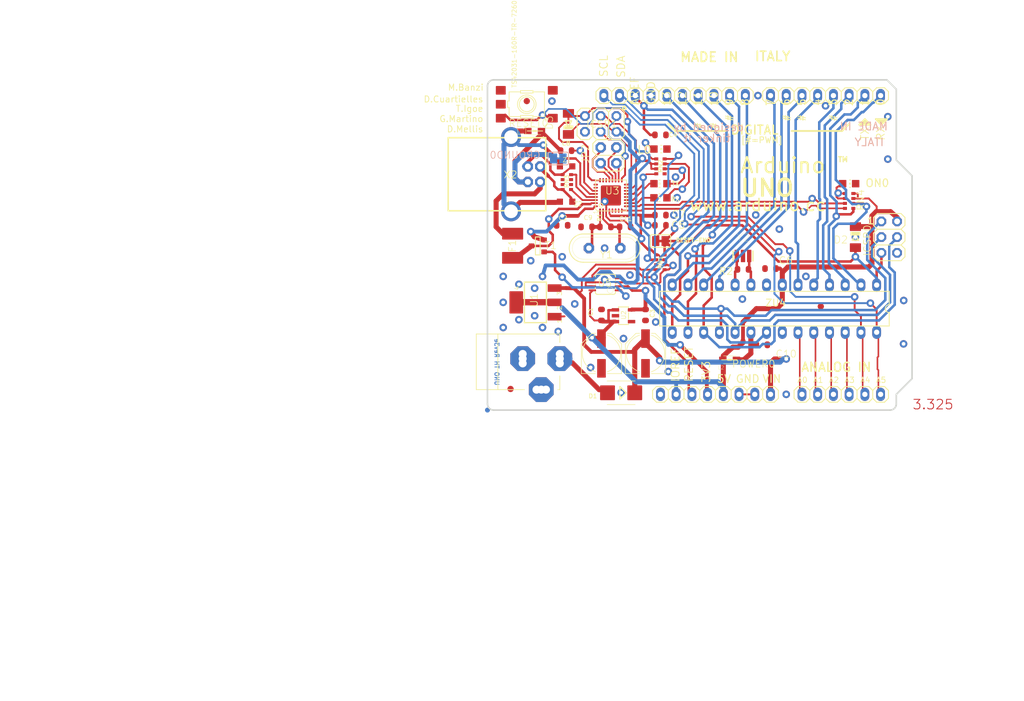
<source format=kicad_pcb>
(kicad_pcb (version 20240108) (generator "pcbnew") (generator_version "8.0")
  (layers (0 "F.Cu" signal) (31 "B.Cu" signal) (34 "B.Paste" user) (35 "F.Paste" user) (36 "B.SilkS" user "B.Silkscreen") (37 "F.SilkS" user "F.Silkscreen") (38 "B.Mask" user) (39 "F.Mask" user) (44 "Edge.Cuts" user))
  (net 0 "")
  (net 1 "+5V")
  (net 2 "GND")
  (net 3 "AREF")
  (net 4 "RESET")
  (net 5 "VIN")
  (net 6 "M8RXD")
  (net 7 "M8TXD")
  (net 8 "SCK")
  (net 9 "N$3")
  (net 10 "N$35")
  (net 11 "N$36")
  (net 12 "PWRIN")
  (net 13 "D-")
  (net 14 "D+")
  (net 15 "+3V3")
  (net 16 "MISO")
  (net 17 "MOSI")
  (net 18 "SS")
  (net 19 "DTR")
  (net 20 "GATE_CMD")
  (net 21 "CMP")
  (net 22 "USBVCC")
  (net 23 "XTAL2")
  (net 24 "XTAL1")
  (net 25 "TP_VUCAP")
  (net 26 "RD-")
  (net 27 "RD+")
  (net 28 "RESET2")
  (net 29 "MISO2")
  (net 30 "MOSI2")
  (net 31 "SCK2")
  (net 32 "USHIELD")
  (net 33 "UGND")
  (net 34 "XUSB")
  (net 35 "XT2")
  (net 36 "XT1")
  (net 37 "RXLED")
  (net 38 "TXLED")
  (net 39 "AD0")
  (net 40 "AD1")
  (net 41 "AD2")
  (net 42 "AD3")
  (net 43 "AD4/SDA")
  (net 44 "AD5/SCL")
  (net 45 "IO2")
  (net 46 "IO1")
  (net 47 "IO0")
  (net 48 "IO3")
  (net 49 "IO4")
  (net 50 "IO5")
  (net 51 "IO6")
  (net 52 "IO7")
  (net 53 "IO8")
  (net 54 "IO9")
  (net 55 "5-GND")
  (net 56 "N$1")
  (net 57 "PB4")
  (net 58 "PB5")
  (net 59 "PB6")
  (net 60 "PB7")
  (net 61 "L13")
  (net 62 "AVCC")
  (footprint "UNO-TH_Rev3e:TP-SP" (layer "F.Cu") (at 132.4991 91.7956)
    (property "Reference" "TP_PB6" (hide yes))
    (property "Value" "TP_SP" (hide yes))
  )
  (footprint "UNO-TH_Rev3e:L1812" (layer "F.Cu") (at 118.2751 105.1306 90)
    (property "Reference" "F1")
    (property "Value" "MF-MSMF050-2 500mA")
  )
  (footprint "UNO-TH_Rev3e:2X02" (layer "F.Cu") (at 133.7691 90.5256 90)
    (property "Reference" "JP2")
    (property "Value" "2x2 M - NM")
  )
  (footprint "UNO-TH_Rev3e:TP-SP" (layer "F.Cu") (at 154.2161 111.4806)
    (property "Reference" "TP_XT2" (hide yes))
    (property "Value" "TP_SP" (hide yes))
  )
  (footprint "UNO-TH_Rev3e:TP-SP" (layer "F.Cu") (at 126.2761 110.2106)
    (property "Reference" "TP_GATE0" (hide yes))
    (property "Value" "TP_SP" (hide yes))
  )
  (footprint "UNO-TH_Rev3e:CAY16" (layer "F.Cu") (at 142.1511 92.3036 -90)
    (property "Reference" "RN2")
    (property "Value" "1K")
  )
  (footprint "UNO-TH_Rev3e:PANASONIC_D" (layer "F.Cu") (at 132.6261 122.5296 90)
    (property "Reference" "PC2" (hide yes))
    (property "Value" "47u")
  )
  (footprint "UNO-TH_Rev3e:R0603-ROUND" (layer "F.Cu") (at 155.4861 108.9406 180)
    (property "Reference" "R2")
    (property "Value" "1M")
  )
  (footprint "UNO-TH_Rev3e:C0603-ROUND" (layer "F.Cu") (at 158.5341 121.1326 180)
    (property "Reference" "C10")
    (property "Value" "100n")
  )
  (footprint "UNO-TH_Rev3e:TP-SP" (layer "F.Cu") (at 132.4991 89.2556)
    (property "Reference" "TP_PB7" (hide yes))
    (property "Value" "TP_SP" (hide yes))
  )
  (footprint "UNO-TH_Rev3e:TP-SP" (layer "F.Cu") (at 166.6621 97.5106)
    (property "Reference" "TP_RX0" (hide yes))
    (property "Value" "TP_SP" (hide yes))
  )
  (footprint "UNO-TH_Rev3e:CHIP-LED0805" (layer "F.Cu") (at 172.6311 95.0976 -90)
    (property "Reference" "ON0")
    (property "Value" "GREEN")
  )
  (footprint "UNO-TH_Rev3e:2X03" (layer "F.Cu") (at 179.1081 103.7336 -90)
    (property "Reference" "ICSP0")
    (property "Value" "3x2 M")
  )
  (footprint "UNO-TH_Rev3e:TP-SP" (layer "F.Cu") (at 140.6271 80.8736)
    (property "Reference" "GND_TP1" (hide yes))
    (property "Value" "TP_SP" (hide yes))
  )
  (footprint "UNO-TH_Rev3e:TP-SP" (layer "F.Cu") (at 120.1801 92.3036)
    (property "Reference" "TP_D+0" (hide yes))
    (property "Value" "TP_SP" (hide yes))
  )
  (footprint "UNO-TH_Rev3e:TP-SP" (layer "F.Cu") (at 132.4991 84.1756)
    (property "Reference" "TP_SCK2" (hide yes))
    (property "Value" "TP_SP" (hide yes))
  )
  (footprint "UNO-TH_Rev3e:TP-SP" (layer "F.Cu") (at 150.7871 80.8736)
    (property "Reference" "TP_10" (hide yes))
    (property "Value" "TP_SP" (hide yes))
  )
  (footprint "UNO-TH_Rev3e:SOT-23" (layer "F.Cu") (at 122.3391 105.1306 -90)
    (property "Reference" "T1")
    (property "Value" "FDN340P")
  )
  (footprint "UNO-TH_Rev3e:2X03" (layer "F.Cu") (at 132.4991 85.4456 180)
    (property "Reference" "ICSP1")
    (property "Value" "3x2 M")
  )
  (footprint "UNO-TH_Rev3e:TP-SP" (layer "F.Cu") (at 129.9591 84.1756)
    (property "Reference" "TP_RESET2" (hide yes))
    (property "Value" "TP_SP" (hide yes))
  )
  (footprint "UNO-TH_Rev3e:CAY16" (layer "F.Cu") (at 127.0381 94.8436 90)
    (property "Reference" "RN3")
    (property "Value" "22R")
  )
  (footprint "UNO-TH_Rev3e:CHIP-LED0805" (layer "F.Cu") (at 142.1511 95.0976 90)
    (property "Reference" "TX0" (hide yes))
    (property "Value" "YELLOW")
  )
  (footprint "UNO-TH_Rev3e:TP-SP" (layer "F.Cu") (at 172.6311 129.1336)
    (property "Reference" "TP_A3" (hide yes))
    (property "Value" "TP_SP" (hide yes))
  )
  (footprint "UNO-TH_Rev3e:TP-SP" (layer "F.Cu") (at 122.7201 94.8436)
    (property "Reference" "TP_XUSB0" (hide yes))
    (property "Value" "TP_SP" (hide yes))
  )
  (footprint "UNO-TH_Rev3e:TP-SP" (layer "F.Cu") (at 177.7111 129.1336)
    (property "Reference" "TP_A5" (hide yes))
    (property "Value" "TP_SP" (hide yes))
  )
  (footprint "UNO-TH_Rev3e:MINIMELF" (layer "F.Cu") (at 127.2921 85.4456 90)
    (property "Reference" "D3")
    (property "Value" "CD1206-S01575")
  )
  (footprint "UNO-TH_Rev3e:TP-SP" (layer "F.Cu") (at 180.3781 101.1936)
    (property "Reference" "TP_5V1" (hide yes))
    (property "Value" "TP_SP" (hide yes))
  )
  (footprint "UNO-TH_Rev3e:TP-SP" (layer "F.Cu") (at 143.1671 80.8736)
    (property "Reference" "TP_13" (hide yes))
    (property "Value" "TP_SP" (hide yes))
  )
  (footprint "UNO-TH_Rev3e:TP-SP" (layer "F.Cu") (at 167.5511 129.1336)
    (property "Reference" "TP_A1" (hide yes))
    (property "Value" "TP_SP" (hide yes))
  )
  (footprint "UNO-TH_Rev3e:C0603-ROUND" (layer "F.Cu") (at 136.4361 102.0826)
    (property "Reference" "C11")
    (property "Value" "22p")
  )
  (footprint "UNO-TH_Rev3e:C0603-ROUND" (layer "F.Cu") (at 159.9311 108.8136)
    (property "Reference" "C6")
    (property "Value" "100n")
  )
  (footprint "UNO-TH_Rev3e:CHIP-LED0805" (layer "F.Cu") (at 142.1511 89.5096 -90)
    (property "Reference" "L0")
    (property "Value" "YELLOW")
  )
  (footprint "UNO-TH_Rev3e:TP-SP" (layer "F.Cu") (at 170.0911 129.1336)
    (property "Reference" "TP_A2" (hide yes))
    (property "Value" "TP_SP" (hide yes))
  )
  (footprint "" (layer "F.Cu") (at 128.1811 129.1336)
    (property "Reference" "@HOLE3" (hide yes))
    (property "Value" "")
  )
  (footprint "UNO-TH_Rev3e:TP-SP" (layer "F.Cu") (at 144.1831 108.3056)
    (property "Reference" "TP_CMP0" (hide yes))
    (property "Value" "TP_SP" (hide yes))
  )
  (footprint "UNO-TH_Rev3e:MSOP08" (layer "F.Cu") (at 133.2611 111.3536 90)
    (property "Reference" "U5")
    (property "Value" "LMV358IDGKR")
  )
  (footprint "UNO-TH_Rev3e:TP-SP" (layer "F.Cu") (at 156.7561 111.4806)
    (property "Reference" "TP_XT1" (hide yes))
    (property "Value" "TP_SP" (hide yes))
  )
  (footprint "UNO-TH_Rev3e:C0603-ROUND" (layer "F.Cu") (at 126.2761 101.8286 180)
    (property "Reference" "C2")
    (property "Value" "100n")
  )
  (footprint "UNO-TH_Rev3e:TP-SP" (layer "F.Cu") (at 138.0871 80.8736)
    (property "Reference" "TP_AREF0" (hide yes))
    (property "Value" "TP_SP" (hide yes))
  )
  (footprint "" (layer "F.Cu") (at 180.2511 96.1136)
    (property "Reference" "@HOLE0" (hide yes))
    (property "Value" "")
  )
  (footprint "UNO-TH_Rev3e:TS42" (layer "F.Cu") (at 120.5611 82.2706)
    (property "Reference" "RESET0")
    (property "Value" "TS42031-160R-TR-7260")
  )
  (footprint "UNO-TH_Rev3e:TP-SP" (layer "F.Cu") (at 172.6311 80.8736)
    (property "Reference" "TP_2" (hide yes))
    (property "Value" "TP_SP" (hide yes))
  )
  (footprint "UNO-TH_Rev3e:C0603-ROUND" (layer "F.Cu") (at 132.6261 116.3066 -90)
    (property "Reference" "C1")
    (property "Value" "100n")
  )
  (footprint "UNO-TH_Rev3e:TP-SP" (layer "F.Cu") (at 162.4711 80.8736)
    (property "Reference" "TP_6" (hide yes))
    (property "Value" "TP_SP" (hide yes))
  )
  (footprint "UNO-TH_Rev3e:MLF32" (layer "F.Cu") (at 134.1501 97.0026 90)
    (property "Reference" "U3")
    (property "Value" "ATMEGA16U2-MU(R)" (hide yes))
  )
  (footprint "" (layer "F.Cu") (at 180.2511 124.0536)
    (property "Reference" "@HOLE1" (hide yes))
    (property "Value" "")
  )
  (footprint "UNO-TH_Rev3e:TP-SP" (layer "F.Cu") (at 157.3911 129.1336)
    (property "Reference" "GND_TP0" (hide yes))
    (property "Value" "TP_SP" (hide yes))
  )
  (footprint "UNO-TH_Rev3e:CT_CN0603" (layer "F.Cu") (at 126.9111 98.0186 180)
    (property "Reference" "Z2")
    (property "Value" "CG0603MLC-05E")
  )
  (footprint "UNO-TH_Rev3e:CHIP-LED0805" (layer "F.Cu") (at 142.1511 97.3836 90)
    (property "Reference" "RX0" (hide yes))
    (property "Value" "YELLOW")
  )
  (footprint "UNO-TH_Rev3e:TP-SP" (layer "F.Cu") (at 147.2311 129.1336)
    (property "Reference" "TP_RESET0" (hide yes))
    (property "Value" "TP_SP" (hide yes))
  )
  (footprint "UNO-TH_Rev3e:TP-SP" (layer "F.Cu") (at 153.3271 80.8736)
    (property "Reference" "TP_9" (hide yes))
    (property "Value" "TP_SP" (hide yes))
  )
  (footprint "UNO-TH_Rev3e:TP-SP" (layer "F.Cu") (at 165.2651 99.6696)
    (property "Reference" "TP_TX0" (hide yes))
    (property "Value" "TP_SP" (hide yes))
  )
  (footprint "UNO-TH_Rev3e:POWERSUPPLY_DC-21MM" (layer "F.Cu") (at 119.5451 123.2916 90)
    (property "Reference" "X1" (hide yes))
    (property "Value" "POWERSUPPLY_DC21MMX")
  )
  (footprint "UNO-TH_Rev3e:C0603-ROUND" (layer "F.Cu") (at 142.1511 101.8286)
    (property "Reference" "C5")
    (property "Value" "100n")
  )
  (footprint "UNO-TH_Rev3e:C0603-ROUND" (layer "F.Cu") (at 139.7381 116.3066 90)
    (property "Reference" "C3")
    (property "Value" "1u")
  )
  (footprint "UNO-TH_Rev3e:FIDUCIA-MOUNT" (layer "F.Cu") (at 117.9411 128.2636)
    (property "Reference" "FD3" (hide yes))
    (property "Value" "FIDUCIALMOUNT" (hide yes))
  )
  (footprint "UNO-TH_Rev3e:TP-SP" (layer "F.Cu") (at 139.7381 88.4936)
    (property "Reference" "TP_LL0" (hide yes))
    (property "Value" "TP_SP" (hide yes))
  )
  (footprint "UNO-TH_Rev3e:TP-SP" (layer "F.Cu") (at 123.2281 88.8746)
    (property "Reference" "TP_USH0" (hide yes))
    (property "Value" "TP_SP" (hide yes))
  )
  (footprint "UNO-TH_Rev3e:1X06" (layer "F.Cu") (at 171.3611 129.1336)
    (property "Reference" "AD0" (hide yes))
    (property "Value" "6x1F-H8.5")
  )
  (footprint "UNO-TH_Rev3e:TP-SP" (layer "F.Cu") (at 132.4991 86.7156)
    (property "Reference" "TP_MOSI2" (hide yes))
    (property "Value" "TP_SP" (hide yes))
  )
  (footprint "UNO-TH_Rev3e:TP-SP" (layer "F.Cu") (at 127.4191 123.4186)
    (property "Reference" "TP_PWRIN0" (hide yes))
    (property "Value" "TP_SP" (hide yes))
  )
  (footprint "UNO-TH_Rev3e:PN61729" (layer "F.Cu") (at 118.0211 93.5736 -90)
    (property "Reference" "X2")
    (property "Value" "USB-B_TH")
  )
  (footprint "UNO-TH_Rev3e:TP-SP" (layer "F.Cu") (at 124.1171 100.8126)
    (property "Reference" "TP_USBVCC0" (hide yes))
    (property "Value" "TP_SP" (hide yes))
  )
  (footprint "UNO-TH_Rev3e:TP-SP" (layer "F.Cu") (at 120.1801 94.8436)
    (property "Reference" "TP_UGND0" (hide yes))
    (property "Value" "TP_SP" (hide yes))
  )
  (footprint "UNO-TH_Rev3e:TP-SP" (layer "F.Cu") (at 133.1341 110.5916)
    (property "Reference" "TP_LCMD0" (hide yes))
    (property "Value" "TP_SP" (hide yes))
  )
  (footprint "UNO-TH_Rev3e:FRAME" (layer "F.Cu") (at 114.2111 131.6736)
    (property "Reference" "FRAME1" (hide yes))
    (property "Value" "DNP" (hide yes))
  )
  (footprint "UNO-TH_Rev3e:1X10" (layer "F.Cu") (at 144.4371 80.8736 180)
    (property "Reference" "IOH0" (hide yes))
    (property "Value" "10x1F-H8.5")
  )
  (footprint "UNO-TH_Rev3e:TP-SP" (layer "F.Cu") (at 133.0071 80.8736)
    (property "Reference" "TP_SCL0" (hide yes))
    (property "Value" "TP_SP" (hide yes))
  )
  (footprint "UNO-TH_Rev3e:1X08" (layer "F.Cu") (at 151.0411 129.1336)
    (property "Reference" "POWER0")
    (property "Value" "8x1F-H8.5")
  )
  (footprint "UNO-TH_Rev3e:FIDUCIA-MOUNT" (layer "F.Cu") (at 120.5611 81.7626)
    (property "Reference" "FD1" (hide yes))
    (property "Value" "FIDUCIALMOUNT" (hide yes))
  )
  (footprint "UNO-TH_Rev3e:C0603-ROUND" (layer "F.Cu") (at 130.2131 102.0826 180)
    (property "Reference" "C9")
    (property "Value" "22p")
  )
  (footprint "UNO-TH_Rev3e:TP-SP" (layer "F.Cu") (at 149.7711 129.1336)
    (property "Reference" "TP_3V3" (hide yes))
    (property "Value" "TP_SP" (hide yes))
  )
  (footprint "UNO-TH_Rev3e:TP-SP" (layer "F.Cu") (at 165.0111 80.8736)
    (property "Reference" "TP_5" (hide yes))
    (property "Value" "TP_SP" (hide yes))
  )
  (footprint "UNO-TH_Rev3e:CAY16" (layer "F.Cu") (at 142.1511 107.7976 90)
    (property "Reference" "RN1")
    (property "Value" "10K")
  )
  (footprint "UNO-TH_Rev3e:TP-SP" (layer "F.Cu") (at 135.5471 80.8736)
    (property "Reference" "TP_SDA0" (hide yes))
    (property "Value" "TP_SP" (hide yes))
  )
  (footprint "UNO-TH_Rev3e:TP-SP" (layer "F.Cu") (at 170.0911 80.8736)
    (property "Reference" "TP_3" (hide yes))
    (property "Value" "TP_SP" (hide yes))
  )
  (footprint "UNO-TH_Rev3e:SMB" (layer "F.Cu") (at 135.8011 128.8796 180)
    (property "Reference" "D1")
    (property "Value" "M7")
  )
  (footprint "UNO-TH_Rev3e:TP-SP" (layer "F.Cu") (at 135.0391 91.7956)
    (property "Reference" "TP_PB4" (hide yes))
    (property "Value" "TP_SP" (hide yes))
  )
  (footprint "UNO-TH_Rev3e:TP-SP" (layer "F.Cu") (at 122.7201 92.3036)
    (property "Reference" "TP_D-0" (hide yes))
    (property "Value" "TP_SP" (hide yes))
  )
  (footprint "UNO-TH_Rev3e:TP-SP" (layer "F.Cu") (at 129.1971 89.7636)
    (property "Reference" "TP_VUCAP0" (hide yes))
    (property "Value" "TP_SP" (hide yes))
  )
  (footprint "UNO-TH_Rev3e:FIDUCIA-MOUNT" (layer "F.Cu") (at 168.0511 114.9326)
    (property "Reference" "FD2" (hide yes))
    (property "Value" "FIDUCIALMOUNT" (hide yes))
  )
  (footprint "UNO-TH_Rev3e:0805" (layer "F.Cu") (at 121.8311 86.5886 180)
    (property "Reference" "L1")
    (property "Value" "BLM21")
  )
  (footprint "UNO-TH_Rev3e:TP-SP" (layer "F.Cu") (at 145.5801 92.9386)
    (property "Reference" "TP_TXL0" (hide yes))
    (property "Value" "TP_SP" (hide yes))
  )
  (footprint "UNO-TH_Rev3e:TP-SP" (layer "F.Cu") (at 155.8671 80.8736)
    (property "Reference" "TP_8" (hide yes))
    (property "Value" "TP_SP" (hide yes))
  )
  (footprint "UNO-TH_Rev3e:TP-SP" (layer "F.Cu") (at 135.6741 105.5116)
    (property "Reference" "TP_XT4" (hide yes))
    (property "Value" "TP_SP" (hide yes))
  )
  (footprint "UNO-TH_Rev3e:TP-SP" (layer "F.Cu") (at 145.5801 95.9866)
    (property "Reference" "TP_RXL0" (hide yes))
    (property "Value" "TP_SP" (hide yes))
  )
  (footprint "UNO-TH_Rev3e:TP-SP" (layer "F.Cu") (at 165.0111 129.1336)
    (property "Reference" "TP_A0" (hide yes))
    (property "Value" "TP_SP" (hide yes))
  )
  (footprint "UNO-TH_Rev3e:0805" (layer "F.Cu") (at 153.3271 123.5456)
    (property "Reference" "L2")
    (property "Value" "10uH")
  )
  (footprint "UNO-TH_Rev3e:TP-SP" (layer "F.Cu") (at 170.8531 96.6216)
    (property "Reference" "TP_ONL0" (hide yes))
    (property "Value" "TP_SP" (hide yes))
  )
  (footprint "UNO-TH_Rev3e:SJ" (layer "F.Cu") (at 142.1511 104.3686)
    (property "Reference" "RESET-EN0")
    (property "Value" "")
  )
  (footprint "UNO-TH_Rev3e:TP-SP" (layer "F.Cu") (at 152.3111 129.1336)
    (property "Reference" "TP_5V0" (hide yes))
    (property "Value" "TP_SP" (hide yes))
  )
  (footprint "UNO-TH_Rev3e:TP-SP" (layer "F.Cu") (at 145.7071 80.8736)
    (property "Reference" "TP_12" (hide yes))
    (property "Value" "TP_SP" (hide yes))
  )
  (footprint "UNO-TH_Rev3e:TP-SP" (layer "F.Cu") (at 135.0391 89.2556)
    (property "Reference" "TP_PB5" (hide yes))
    (property "Value" "TP_SP" (hide yes))
  )
  (footprint "UNO-TH_Rev3e:TP-SP" (layer "F.Cu") (at 135.0391 84.1756)
    (property "Reference" "TP_MISO2" (hide yes))
    (property "Value" "TP_SP" (hide yes))
  )
  (footprint "UNO-TH_Rev3e:TP-SP" (layer "F.Cu") (at 159.9311 129.1336)
    (property "Reference" "TP_VIN0" (hide yes))
    (property "Value" "TP_SP" (hide yes))
  )
  (footprint "UNO-TH_Rev3e:TP-SP" (layer "F.Cu") (at 167.5511 80.8736)
    (property "Reference" "TP_4" (hide yes))
    (property "Value" "TP_SP" (hide yes))
  )
  (footprint "UNO-TH_Rev3e:R0603-ROUND" (layer "F.Cu") (at 133.2611 102.0826)
    (property "Reference" "R1")
    (property "Value" "1M")
  )
  (footprint "UNO-TH_Rev3e:TP-SP" (layer "F.Cu") (at 175.1711 80.8736)
    (property "Reference" "TP_1" (hide yes))
    (property "Value" "TP_SP" (hide yes))
  )
  (footprint "UNO-TH_Rev3e:DIL28-3" (layer "F.Cu") (at 160.5661 115.2906 180)
    (property "Reference" "ZU4")
    (property "Value" "ATMEGA328P-PU")
  )
  (footprint "UNO-TH_Rev3e:C0603-ROUND" (layer "F.Cu") (at 142.1511 87.2236 180)
    (property "Reference" "C4")
    (property "Value" "100n")
  )
  (footprint "UNO-TH_Rev3e:SOT223" (layer "F.Cu") (at 121.9581 114.2746 90)
    (property "Reference" "U1")
    (property "Value" "NCP1117ST50T3G")
  )
  (footprint "UNO-TH_Rev3e:C0603-ROUND" (layer "F.Cu") (at 126.9111 89.7636 180)
    (property "Reference" "C8")
    (property "Value" "1u")
  )
  (footprint "UNO-TH_Rev3e:C0603-ROUND" (layer "F.Cu") (at 142.1511 100.1776)
    (property "Reference" "C7")
    (property "Value" "100n")
  )
  (footprint "UNO-TH_Rev3e:CAY16" (layer "F.Cu") (at 172.6311 97.8916 90)
    (property "Reference" "RN4")
    (property "Value" "1K")
  )
  (footprint "UNO-TH_Rev3e:TP-SP" (layer "F.Cu") (at 130.5941 105.5116)
    (property "Reference" "TP_XT3" (hide yes))
    (property "Value" "TP_SP" (hide yes))
  )
  (footprint "UNO-TH_Rev3e:1X08" (layer "F.Cu") (at 168.8211 80.8736 180)
    (property "Reference" "IOL0" (hide yes))
    (property "Value" "8x1F-H8.5")
  )
  (footprint "UNO-TH_Rev3e:MINIMELF" (layer "F.Cu") (at 173.6471 103.7336 -90)
    (property "Reference" "D2")
    (property "Value" "CD1206-S01575")
  )
  (footprint "UNO-TH_Rev3e:PANASONIC_D" (layer "F.Cu") (at 139.7381 122.5296 90)
    (property "Reference" "PC1" (hide yes))
    (property "Value" "47u")
  )
  (footprint "UNO-TH_Rev3e:RESONATOR" (layer "F.Cu") (at 155.4861 106.7816)
    (property "Reference" "Y2")
    (property "Value" "CSTCE16M0V53-R0 16MHZ")
  )
  (footprint "UNO-TH_Rev3e:TP-SP" (layer "F.Cu") (at 175.1711 129.1336)
    (property "Reference" "TP_A4" (hide yes))
    (property "Value" "TP_SP" (hide yes))
  )
  (footprint "UNO-TH_Rev3e:TP-SP" (layer "F.Cu") (at 148.2471 80.8736)
    (property "Reference" "TP_11" (hide yes))
    (property "Value" "TP_SP" (hide yes))
  )
  (footprint "" (layer "F.Cu") (at 129.4511 80.8736)
    (property "Reference" "@HOLE2" (hide yes))
    (property "Value" "")
  )
  (footprint "UNO-TH_Rev3e:CT_CN0603" (layer "F.Cu") (at 126.9111 92.3036 180)
    (property "Reference" "Z1")
    (property "Value" "CG0603MLC-05E")
  )
  (footprint "UNO-TH_Rev3e:TP-SP" (layer "F.Cu") (at 159.9311 80.8736)
    (property "Reference" "TP_7" (hide yes))
    (property "Value" "TP_SP" (hide yes))
  )
  (footprint "UNO-TH_Rev3e:SOT23-DBV" (layer "F.Cu") (at 136.1821 116.4336 -90)
    (property "Reference" "U2")
    (property "Value" "LP2985-33DBVR")
  )
  (footprint "UNO-TH_Rev3e:TP-SP" (layer "F.Cu") (at 140.1191 101.8286)
    (property "Reference" "TP_DTR0" (hide yes))
    (property "Value" "TP_SP" (hide yes))
  )
  (footprint "UNO-TH_Rev3e:TP-SP" (layer "F.Cu") (at 177.7111 80.8736)
    (property "Reference" "TP_0" (hide yes))
    (property "Value" "TP_SP" (hide yes))
  )
  (footprint "UNO-TH_Rev3e:QS" (layer "F.Cu") (at 133.1341 105.5116 180)
    (property "Reference" "Y1")
    (property "Value" "16MHz")
  )
  (footprint "UNO-TH_Rev3e:TP-SP" (layer "F.Cu") (at 114.2111 131.6736)
    (property "Reference" "ORIGIN0" (hide yes))
    (property "Value" "TP_SP" (hide yes))
  )
  (footprint "UNO-TH_Rev3e:SJ" (layer "B.Cu") (at 125.6411 91.0336 180)
    (property "Reference" "GROUND0")
    (property "Value" "")
  )
  (gr_line (start 174.9171 85.4456) (end 175.2981 85.1916) (stroke (width 0.3048)) (layer "F.SilkS"))
  (gr_line (start 178.3461 84.8106) (end 177.8381 85.3186) (stroke (width 0.3048)) (layer "F.SilkS"))
  (gr_line (start 177.3301 84.8106) (end 178.3461 84.8106) (stroke (width 0.3048)) (layer "F.SilkS"))
  (gr_line (start 177.8381 85.3186) (end 177.4571 84.9376) (stroke (width 0.3048)) (layer "F.SilkS"))
  (gr_line (start 175.1711 84.6836) (end 174.2821 85.5726) (stroke (width 0.3048)) (layer "F.SilkS"))
  (gr_line (start 152.6921 86.5886) (end 144.5641 86.5886) (stroke (width 0.3048)) (layer "F.SilkS"))
  (gr_line (start 177.8381 85.0646) (end 177.8381 85.1916) (stroke (width 0.3048)) (layer "F.SilkS"))
  (gr_line (start 176.9491 84.6836) (end 177.8381 85.5726) (stroke (width 0.3048)) (layer "F.SilkS"))
  (gr_line (start 178.7271 84.6836) (end 176.9491 84.6836) (stroke (width 0.3048)) (layer "F.SilkS"))
  (gr_line (start 174.6631 85.4456) (end 175.1711 84.9376) (stroke (width 0.3048)) (layer "F.SilkS"))
  (gr_line (start 144.5641 86.5886) (end 143.4211 85.4456) (stroke (width 0.3048)) (layer "F.SilkS"))
  (gr_line (start 175.1711 84.9376) (end 175.6791 85.4456) (stroke (width 0.3048)) (layer "F.SilkS"))
  (gr_line (start 174.2821 85.5726) (end 176.0601 85.5726) (stroke (width 0.3048)) (layer "F.SilkS"))
  (gr_line (start 171.4881 86.5886) (end 163.3601 86.5886) (stroke (width 0.3048)) (layer "F.SilkS"))
  (gr_line (start 176.0601 85.5726) (end 175.1711 84.6836) (stroke (width 0.3048)) (layer "F.SilkS"))
  (gr_line (start 177.4571 84.9376) (end 177.9651 84.9376) (stroke (width 0.3048)) (layer "F.SilkS"))
  (gr_line (start 172.6311 85.4456) (end 171.4881 86.5886) (stroke (width 0.3048)) (layer "F.SilkS"))
  (gr_line (start 177.8381 85.5726) (end 178.7271 84.6836) (stroke (width 0.3048)) (layer "F.SilkS"))
  (gr_line (start 175.6791 85.4456) (end 174.9171 85.4456) (stroke (width 0.3048)) (layer "F.SilkS"))
  (gr_circle (center 136.3091 82.9056) (end 136.5631 82.9056) (stroke (width 0.254)) (fill none) (layer "F.SilkS"))
  (gr_line (start 180.2511 91.2876) (end 182.7911 93.8276) (stroke (width 0.254)) (layer "Edge.Cuts"))
  (gr_arc (start 114.2111 79.3336) (mid 114.503993 78.626493) (end 115.2111 78.3336) (stroke (width 0.254)) (layer "Edge.Cuts"))
  (gr_line (start 114.2111 130.6736) (end 114.2111 79.3336) (stroke (width 0.254)) (layer "Edge.Cuts"))
  (gr_arc (start 180.2511 130.6736) (mid 179.958207 131.380707) (end 179.2511 131.6736) (stroke (width 0.254)) (layer "Edge.Cuts"))
  (gr_line (start 115.2111 78.3336) (end 178.7271 78.3336) (stroke (width 0.254)) (layer "Edge.Cuts"))
  (gr_line (start 182.7911 126.5936) (end 180.2511 129.1336) (stroke (width 0.254)) (layer "Edge.Cuts"))
  (gr_line (start 182.7911 93.8276) (end 182.7911 126.5936) (stroke (width 0.254)) (layer "Edge.Cuts"))
  (gr_line (start 180.2511 79.8576) (end 180.2511 91.2876) (stroke (width 0.254)) (layer "Edge.Cuts"))
  (gr_line (start 179.2511 131.6736) (end 115.2111 131.6736) (stroke (width 0.254)) (layer "Edge.Cuts"))
  (gr_arc (start 115.2111 131.6736) (mid 114.503993 131.380707) (end 114.2111 130.6736) (stroke (width 0.254)) (layer "Edge.Cuts"))
  (gr_line (start 180.2511 129.1336) (end 180.2511 130.6736) (stroke (width 0.254)) (layer "Edge.Cuts"))
  (gr_line (start 178.7271 78.3336) (end 180.2511 79.8576) (stroke (width 0.254)) (layer "Edge.Cuts"))
  (gr_text "3.325" (at 182.7911 131.6736 0) (layer "F.Cu") (effects (font (size 1.542288 1.542288) (thickness 0.134112)) (justify left bottom)))
  (gr_text "UNO TH Rev3e" (at 116.1161 127.751067 -90) (layer "B.Cu") (effects (font (size 0.69088 0.69088) (thickness 0.12192)) (justify left top mirror)))
  (gr_text "MADE IN" (at 178.9811 86.5886 0) (layer "B.SilkS") (effects (font (size 1.251712 1.251712) (thickness 0.170688)) (justify left bottom mirror)))
  (gr_text "tinker it" (at 153.5811 88.4936 0) (layer "B.SilkS") (effects (font (size 1.251712 1.251712) (thickness 0.170688)) (justify left bottom mirror)))
  (gr_text "designed by" (at 155.7401 86.7156 0) (layer "B.SilkS") (effects (font (size 1.251712 1.251712) (thickness 0.170688)) (justify left bottom mirror)))
  (gr_text "ITALY" (at 178.3461 89.1286 0) (layer "B.SilkS") (effects (font (size 1.251712 1.251712) (thickness 0.170688)) (justify left bottom mirror)))
  (gr_text "A5" (at 176.8997 127.3434 0) (layer "F.SilkS") (effects (font (size 0.89408 0.89408) (thickness 0.12192)) (justify left bottom)))
  (gr_text "2" (at 171.8691 82.6516 90) (layer "F.SilkS") (effects (font (size 1.251712 1.251712) (thickness 0.170688)) (justify left top)))
  (gr_text "5V" (at 151.1681 127.3556 0) (layer "F.SilkS") (effects (font (size 1.251712 1.251712) (thickness 0.170688)) (justify left bottom)))
  (gr_text "TX" (at 175.9287 88.2274 90) (layer "F.SilkS") (effects (font (size 1.28016 1.28016) (thickness 0.14224)) (justify left bottom)))
  (gr_text "UNO" (at 154.8511 97.3836 0) (layer "F.SilkS") (effects (font (size 2.69875 2.69875) (thickness 0.47625)) (justify left bottom)))
  (gr_text "6" (at 161.7091 82.6516 90) (layer "F.SilkS") (effects (font (size 1.251712 1.251712) (thickness 0.170688)) (justify left top)))
  (gr_text "GND" (at 139.8841 82.5368 90) (layer "F.SilkS") (effects (font (size 1.28016 1.28016) (thickness 0.14224)) (justify left top)))
  (gr_text "A4" (at 174.3597 127.3434 0) (layer "F.SilkS") (effects (font (size 0.89408 0.89408) (thickness 0.12192)) (justify left bottom)))
  (gr_text "Arduino" (at 154.8511 93.5736 0) (layer "F.SilkS") (effects (font (size 2.45872 2.45872) (thickness 0.33528)) (justify left bottom)))
  (gr_text "#" (at 153.8351 85.0646 90) (layer "F.SilkS") (effects (font (size 0.972312 0.972312) (thickness 0.145288)) (justify left bottom)))
  (gr_text "A0" (at 164.1997 127.3434 0) (layer "F.SilkS") (effects (font (size 0.89408 0.89408) (thickness 0.12192)) (justify left bottom)))
  (gr_text "#" (at 163.1061 85.0646 90) (layer "F.SilkS") (effects (font (size 0.972312 0.972312) (thickness 0.145288)) (justify left bottom)))
  (gr_text "AREF" (at 137.2279 82.5114 90) (layer "F.SilkS") (effects (font (size 1.28016 1.28016) (thickness 0.14224)) (justify left top)))
  (gr_text "ITALY" (at 157.2641 75.4126 0) (layer "F.SilkS") (effects (font (size 1.5113 1.5113) (thickness 0.2667)) (justify left bottom)))
  (gr_text "A2" (at 169.2797 127.3434 0) (layer "F.SilkS") (effects (font (size 0.89408 0.89408) (thickness 0.12192)) (justify left bottom)))
  (gr_text "0" (at 176.9491 82.6516 90) (layer "F.SilkS") (effects (font (size 1.251712 1.251712) (thickness 0.170688)) (justify left top)))
  (gr_text "SCL" (at 133.7393 77.9658 90) (layer "F.SilkS") (effects (font (size 1.28016 1.28016) (thickness 0.14224)) (justify left bottom)))
  (gr_text "GND" (at 154.2245 127.3688 0) (layer "F.SilkS") (effects (font (size 1.251712 1.251712) (thickness 0.170688)) (justify left bottom)))
  (gr_text "1" (at 175.4575 101.7292 0) (layer "F.SilkS") (effects (font (size 1.0795 1.0795) (thickness 0.1905)) (justify left bottom)))
  (gr_text "[#=PWM]" (at 155.1051 88.6206 0) (layer "F.SilkS") (effects (font (size 0.972312 0.972312) (thickness 0.145288)) (justify left bottom)))
  (gr_text "4" (at 166.7891 82.6516 90) (layer "F.SilkS") (effects (font (size 1.251712 1.251712) (thickness 0.170688)) (justify left top)))
  (gr_text "#" (at 170.5991 85.0646 90) (layer "F.SilkS") (effects (font (size 0.972312 0.972312) (thickness 0.145288)) (justify left bottom)))
  (gr_text "D.Cuartielles" (at 103.837158 80.8736 0) (layer "F.SilkS") (effects (font (size 1.00584 1.00584) (thickness 0.13716)) (justify left top)))
  (gr_text "G.Martino" (at 106.375708 84.0486 0) (layer "F.SilkS") (effects (font (size 1.00584 1.00584) (thickness 0.13716)) (justify left top)))
  (gr_text "MADE IN" (at 145.1991 75.5396 0) (layer "F.SilkS") (effects (font (size 1.5113 1.5113) (thickness 0.2667)) (justify left bottom)))
  (gr_text "SDA" (at 136.5333 78.0928 90) (layer "F.SilkS") (effects (font (size 1.28016 1.28016) (thickness 0.14224)) (justify left bottom)))
  (gr_text "TX" (at 143.91415 94.7166 0) (layer "F.SilkS") (effects (font (size 0.69088 0.69088) (thickness 0.12192)) (justify left top)))
  (gr_text "13" (at 142.4051 82.6516 90) (layer "F.SilkS") (effects (font (size 1.251712 1.251712) (thickness 0.170688)) (justify left top)))
  (gr_text "www.arduino.cc" (at 146.7231 99.6696 0) (layer "F.SilkS") (effects (font (size 1.922272 1.922272) (thickness 0.262128)) (justify left bottom)))
  (gr_text "12" (at 144.9451 82.6516 90) (layer "F.SilkS") (effects (font (size 1.251712 1.251712) (thickness 0.170688)) (justify left top)))
  (gr_text "7" (at 159.1691 82.6516 90) (layer "F.SilkS") (effects (font (size 1.251712 1.251712) (thickness 0.170688)) (justify left top)))
  (gr_text "8" (at 155.1051 82.6516 90) (layer "F.SilkS") (effects (font (size 1.251712 1.251712) (thickness 0.170688)) (justify left top)))
  (gr_text "1" (at 174.4091 82.6516 90) (layer "F.SilkS") (effects (font (size 1.251712 1.251712) (thickness 0.170688)) (justify left top)))
  (gr_text "5" (at 164.2491 82.6516 90) (layer "F.SilkS") (effects (font (size 1.251712 1.251712) (thickness 0.170688)) (justify left top)))
  (gr_text "#" (at 151.4221 86.3346 90) (layer "F.SilkS") (effects (font (size 0.972312 0.972312) (thickness 0.145288)) (justify left bottom)))
  (gr_text "A1" (at 166.7397 127.3434 0) (layer "F.SilkS") (effects (font (size 0.89408 0.89408) (thickness 0.12192)) (justify left bottom)))
  (gr_text "D.Mellis" (at 107.573137 85.6996 0) (layer "F.SilkS") (effects (font (size 1.00584 1.00584) (thickness 0.13716)) (justify left top)))
  (gr_text "#" (at 148.8821 86.3346 90) (layer "F.SilkS") (effects (font (size 0.972312 0.972312) (thickness 0.145288)) (justify left bottom)))
  (gr_text "ANALOG IN" (at 164.7571 125.5776 0) (layer "F.SilkS") (effects (font (size 1.42494 1.42494) (thickness 0.25146)) (justify left bottom)))
  (gr_text "TM" (at 170.7261 91.6686 0) (layer "F.SilkS") (effects (font (size 0.8128 0.8128) (thickness 0.2032)) (justify left bottom)))
  (gr_text "RX" (at 178.4731 88.2396 90) (layer "F.SilkS") (effects (font (size 1.28016 1.28016) (thickness 0.14224)) (justify left bottom)))
  (gr_text "11" (at 147.4851 82.6516 90) (layer "F.SilkS") (effects (font (size 1.251712 1.251712) (thickness 0.170688)) (justify left top)))
  (gr_text "M.Banzi" (at 107.745132 78.9686 0) (layer "F.SilkS") (effects (font (size 1.00584 1.00584) (thickness 0.13716)) (justify left top)))
  (gr_text "VIN" (at 158.5341 127.3556 0) (layer "F.SilkS") (effects (font (size 1.251712 1.251712) (thickness 0.170688)) (justify left bottom)))
  (gr_text "10" (at 150.0251 82.6516 90) (layer "F.SilkS") (effects (font (size 1.251712 1.251712) (thickness 0.170688)) (justify left top)))
  (gr_text "#" (at 165.5191 85.0646 90) (layer "F.SilkS") (effects (font (size 0.972312 0.972312) (thickness 0.145288)) (justify left bottom)))
  (gr_text "RX" (at 143.8021 98.0186 0) (layer "F.SilkS") (effects (font (size 0.69088 0.69088) (thickness 0.12192)) (justify left bottom)))
  (gr_text "3" (at 169.3291 82.6516 90) (layer "F.SilkS") (effects (font (size 1.251712 1.251712) (thickness 0.170688)) (justify left top)))
  (gr_text "RESET" (at 147.4851 127.2286 90) (layer "F.SilkS") (effects (font (size 1.28016 1.28016) (thickness 0.14224)) (justify left bottom)))
  (gr_text "3V3" (at 150.2791 127.3556 90) (layer "F.SilkS") (effects (font (size 1.28016 1.28016) (thickness 0.14224)) (justify left bottom)))
  (gr_text "T.Igoe" (at 109.010051 82.3976 0) (layer "F.SilkS") (effects (font (size 1.00584 1.00584) (thickness 0.13716)) (justify left top)))
  (gr_text "DIGITAL" (at 153.3635 87.2594 0) (layer "F.SilkS") (effects (font (size 1.42494 1.42494) (thickness 0.25146)) (justify left bottom)))
  (gr_text "A3" (at 171.8197 127.3434 0) (layer "F.SilkS") (effects (font (size 0.89408 0.89408) (thickness 0.12192)) (justify left bottom)))
  (gr_text "IOREF" (at 145.3261 127.2286 90) (layer "F.SilkS") (effects (font (size 1.28016 1.28016) (thickness 0.14224)) (justify left bottom)))
  (gr_text "9" (at 152.5651 82.6516 90) (layer "F.SilkS") (effects (font (size 1.251712 1.251712) (thickness 0.170688)) (justify left top)))
  (segment (start 132.6261 119.3546) (end 134.5971 117.3836) (width 0.6096) (layer "F.Cu") (net 1))
  (segment (start 155.4861 120.7516) (end 154.7241 121.5136) (width 0.8128) (layer "F.Cu") (net 1))
  (segment (start 142.4369 107.3976) (end 142.8261 107.3976) (width 0.254) (layer "F.Cu") (net 1))
  (segment (start 120.0785 114.2492) (end 125.2347 114.2492) (width 1.016) (layer "F.Cu") (net 1))
  (segment (start 141.4761 106.5976) (end 141.8655 106.5976) (width 0.254) (layer "F.Cu") (net 1))
  (segment (start 176.1381 102.0336) (end 173.6471 102.0336) (width 0.8128) (layer "F.Cu") (net 1))
  (segment (start 180.3781 101.1936) (end 180.3781 101.2306) (width 0.8128) (layer "F.Cu") (net 1))
  (segment (start 128.8161 100.3046) (end 129.9591 99.1616) (width 0.4064) (layer "F.Cu") (net 1))
  (segment (start 161.4551 108.8136) (end 161.9631 109.3216) (width 0.6096) (layer "F.Cu") (net 1))
  (segment (start 120.0531 114.2746) (end 120.0785 114.2492) (width 1.016) (layer "F.Cu") (net 1))
  (segment (start 152.3111 123.3756) (end 152.2271 123.5456) (width 0.8128) (layer "F.Cu") (net 1))
  (segment (start 130.7846 112.7741) (end 131.1891 112.3696) (width 0.3048) (layer "F.Cu") (net 1))
  (segment (start 179.3113 99.6188) (end 180.3781 100.5586) (width 0.8128) (layer "F.Cu") (net 1))
  (segment (start 177.0761 99.6188) (end 177.0761 98.7806) (width 0.3048) (layer "F.Cu") (net 1))
  (segment (start 132.6261 120.1296) (end 132.6261 119.3546) (width 0.6096) (layer "F.Cu") (net 1))
  (segment (start 131.2291 99.1616) (end 131.6381 98.7526) (width 0.3048) (layer "F.Cu") (net 1))
  (segment (start 140.1381 91.3956) (end 140.6461 91.9036) (width 0.4064) (layer "F.Cu") (net 1))
  (segment (start 176.3141 100.3046) (end 176.9999 99.6188) (width 0.8128) (layer "F.Cu") (net 1))
  (segment (start 161.8361 111.4806) (end 161.8361 114.4016) (width 0.8128) (layer "F.Cu") (net 1))
  (segment (start 180.3781 101.1936) (end 180.2511 101.1936) (width 0.508) (layer "F.Cu") (net 1))
  (segment (start 126.2761 100.3046) (end 128.8161 100.3046) (width 0.6096) (layer "F.Cu") (net 1))
  (segment (start 139.2301 91.0336) (end 139.7381 91.4146) (width 0.4064) (layer "F.Cu") (net 1))
  (segment (start 140.6441 105.7656) (end 141.4761 106.5976) (width 0.4064) (layer "F.Cu") (net 1))
  (segment (start 152.3111 123.6296) (end 152.2271 123.5456) (width 0.8128) (layer "F.Cu") (net 1))
  (segment (start 152.3111 122.9106) (end 152.3111 123.3756) (width 0.8128) (layer "F.Cu") (net 1))
  (segment (start 126.2761 100.3046) (end 125.3871 101.1936) (width 0.6096) (layer "F.Cu") (net 1))
  (segment (start 123.3551 104.1908) (end 121.7803 103.6828) (width 0.8128) (layer "F.Cu") (net 1))
  (segment (start 174.0281 97.4916) (end 174.0281 96.7486) (width 0.3048) (layer "F.Cu") (net 1))
  (segment (start 175.8061 108.5596) (end 176.3141 108.0516) (width 0.8128) (layer "F.Cu") (net 1))
  (segment (start 160.8201 108.8136) (end 161.4551 108.8136) (width 0.6096) (layer "F.Cu") (net 1))
  (segment (start 137.0984 100.3046) (end 134.1501 100.3046) (width 0.4064) (layer "F.Cu") (net 1))
  (segment (start 176.9999 99.6188) (end 177.0761 99.6188) (width 0.8128) (layer "F.Cu") (net 1))
  (segment (start 139.1031 103.9876) (end 139.1031 104.7006) (width 0.4064) (layer "F.Cu") (net 1))
  (segment (start 138.8491 100.1639) (end 137.2391 100.1639) (width 0.4064) (layer "F.Cu") (net 1))
  (segment (start 118.8591 114.2746) (end 120.0531 114.2746) (width 1.016) (layer "F.Cu") (net 1))
  (segment (start 125.3871 101.1936) (end 125.3871 101.8286) (width 0.6096) (layer "F.Cu") (net 1))
  (segment (start 137.2391 100.1639) (end 137.0984 100.3046) (width 0.4064) (layer "F.Cu") (net 1))
  (segment (start 161.9631 109.3216) (end 162.7251 108.5596) (width 0.8128) (layer "F.Cu") (net 1))
  (segment (start 153.8351 121.5136) (end 152.3111 122.9106) (width 0.8128) (layer "F.Cu") (net 1))
  (segment (start 152.3111 129.1336) (end 152.3111 123.6296) (width 0.8128) (layer "F.Cu") (net 1))
  (segment (start 139.7381 91.4146) (end 140.1381 91.3956) (width 0.4064) (layer "F.Cu") (net 1))
  (segment (start 155.4861 120.4976) (end 155.4861 120.7516) (width 0.8128) (layer "F.Cu") (net 1))
  (segment (start 175.7871 97.4916) (end 174.0281 97.4916) (width 0.3048) (layer "F.Cu") (net 1))
  (segment (start 140.6461 91.9036) (end 140.6841 92.7036) (width 0.3048) (layer "F.Cu") (net 1))
  (segment (start 180.3781 100.5586) (end 180.3781 101.1936) (width 0.8128) (layer "F.Cu") (net 1))
  (segment (start 134.8211 115.5446) (end 134.8821 115.4836) (width 0.4064) (layer "F.Cu") (net 1))
  (segment (start 128.9921 85.4456) (end 127.2921 87.1456) (width 0.254) (layer "F.Cu") (net 1))
  (segment (start 133.9001 99.9276) (end 133.9001 99.4526) (width 0.2794) (layer "F.Cu") (net 1))
  (segment (start 176.3141 102.2096) (end 176.3141 100.3046) (width 0.8128) (layer "F.Cu") (net 1))
  (segment (start 161.8361 114.4016) (end 160.9471 115.2906) (width 0.8128) (layer "F.Cu") (net 1))
  (segment (start 140.1681 105.7656) (end 140.6441 105.7656) (width 0.4064) (layer "F.Cu") (net 1))
  (segment (start 161.8361 109.4486) (end 161.8361 111.4806) (width 0.8128) (layer "F.Cu") (net 1))
  (segment (start 132.6261 117.1956) (end 131.4831 117.1956) (width 0.3048) (layer "F.Cu") (net 1))
  (segment (start 134.5971 117.3836) (end 134.8821 117.3836) (width 0.6096) (layer "F.Cu") (net 1))
  (segment (start 131.6381 98.7526) (end 131.7001 98.7526) (width 0.2794) (layer "F.Cu") (net 1))
  (segment (start 157.6451 115.2906) (end 155.4861 117.4496) (width 0.8128) (layer "F.Cu") (net 1))
  (segment (start 155.4861 117.4496) (end 155.4861 120.4976) (width 0.6096) (layer "F.Cu") (net 1))
  (segment (start 174.0281 96.7486) (end 173.9711 96.6916) (width 0.3048) (layer "F.Cu") (net 1))
  (segment (start 161.8361 109.4486) (end 161.9631 109.3216) (width 0.8128) (layer "F.Cu") (net 1))
  (segment (start 134.5311 86.7156) (end 133.2611 85.4456) (width 0.254) (layer "F.Cu") (net 1))
  (segment (start 141.1488 100.2909) (end 141.2621 100.1776) (width 0.6096) (layer "F.Cu") (net 1))
  (segment (start 177.0761 98.7806) (end 175.7871 97.4916) (width 0.3048) (layer "F.Cu") (net 1))
  (segment (start 138.9761 100.2909) (end 141.1488 100.2909) (width 0.6096) (layer "F.Cu") (net 1))
  (segment (start 174.0281 97.4916) (end 173.3061 97.4916) (width 0.3048) (layer "F.Cu") (net 1))
  (segment (start 141.8655 106.5976) (end 142.4369 107.3976) (width 0.254) (layer "F.Cu") (net 1))
  (segment (start 140.6841 92.7036) (end 141.4761 92.7036) (width 0.3048) (layer "F.Cu") (net 1))
  (segment (start 140.6461 91.9036) (end 141.4761 91.9036) (width 0.3048) (layer "F.Cu") (net 1))
  (segment (start 177.0761 99.6188) (end 179.3113 99.6188) (width 0.8128) (layer "F.Cu") (net 1))
  (segment (start 133.7691 115.5446) (end 134.8211 115.5446) (width 0.4064) (layer "F.Cu") (net 1))
  (segment (start 121.7803 103.6828) (end 121.1961 102.8446) (width 0.8128) (layer "F.Cu") (net 1))
  (segment (start 133.7691 117.3836) (end 133.7691 115.5446) (width 0.4064) (layer "F.Cu") (net 1))
  (segment (start 162.7251 108.5596) (end 175.8061 108.5596) (width 0.8128) (layer "F.Cu") (net 1))
  (segment (start 176.3141 102.2096) (end 176.1381 102.0336) (width 0.8128) (layer "F.Cu") (net 1))
  (segment (start 138.9761 103.4796) (end 138.9761 100.2909) (width 0.4064) (layer "F.Cu") (net 1))
  (segment (start 160.9471 115.2906) (end 157.6451 115.2906) (width 0.8128) (layer "F.Cu") (net 1))
  (segment (start 125.3871 101.8286) (end 125.2601 101.9556) (width 0.6096) (layer "F.Cu") (net 1))
  (segment (start 173.9711 96.6916) (end 173.3061 96.6916) (width 0.3048) (layer "F.Cu") (net 1))
  (segment (start 132.8141 117.3836) (end 132.6261 117.1956) (width 0.6096) (layer "F.Cu") (net 1))
  (segment (start 131.1891 112.3696) (end 131.1491 112.3296) (width 0.3048) (layer "F.Cu") (net 1))
  (segment (start 129.9591 99.1616) (end 131.2291 99.1616) (width 0.4064) (layer "F.Cu") (net 1))
  (segment (start 133.7691 117.3836) (end 132.8141 117.3836) (width 0.6096) (layer "F.Cu") (net 1))
  (segment (start 139.1031 104.7006) (end 140.1681 105.7656) (width 0.4064) (layer "F.Cu") (net 1))
  (segment (start 176.3141 108.0516) (end 176.3141 102.2096) (width 0.8128) (layer "F.Cu") (net 1))
  (segment (start 135.0391 86.7156) (end 134.5311 86.7156) (width 0.254) (layer "F.Cu") (net 1))
  (segment (start 132.9941 119.9896) (end 132.6261 120.1296) (width 0.6096) (layer "F.Cu") (net 1))
  (segment (start 125.2347 114.2492) (end 125.0569 114.2746) (width 0.508) (layer "F.Cu") (net 1))
  (segment (start 139.1031 103.9876) (end 138.9761 103.4796) (width 0.4064) (layer "F.Cu") (net 1))
  (segment (start 141.4761 106.5976) (end 141.5331 106.6546) (width 0.254) (layer "F.Cu") (net 1))
  (segment (start 131.1021 119.9896) (end 132.9941 119.9896) (width 0.6096) (layer "F.Cu") (net 1))
  (segment (start 134.8821 117.3836) (end 133.7691 117.3836) (width 0.6096) (layer "F.Cu") (net 1))
  (segment (start 138.9761 100.2909) (end 138.8491 100.1639) (width 0.4064) (layer "F.Cu") (net 1))
  (segment (start 130.7846 116.4971) (end 130.7846 112.7741) (width 0.3048) (layer "F.Cu") (net 1))
  (segment (start 134.1501 100.3046) (end 133.9001 99.9276) (width 0.2794) (layer "F.Cu") (net 1))
  (segment (start 154.7241 121.5136) (end 153.8351 121.5136) (width 0.8128) (layer "F.Cu") (net 1))
  (segment (start 131.4831 117.1956) (end 130.7846 116.4971) (width 0.3048) (layer "F.Cu") (net 1))
  (segment (start 133.2611 85.4456) (end 128.9921 85.4456) (width 0.254) (layer "F.Cu") (net 1))
  (via (at 119.2911 111.3536) (size 1.2192) (drill 0.6096) (layers "F.Cu" "B.Cu") (net 1))
  (via (at 121.8311 116.4336) (size 1.2192) (drill 0.6096) (layers "F.Cu" "B.Cu") (net 1))
  (via (at 116.7511 114.2746) (size 1.2192) (drill 0.6096) (layers "F.Cu" "B.Cu") (net 1))
  (via (at 116.7511 118.3386) (size 1.2192) (drill 0.6096) (layers "F.Cu" "B.Cu") (net 1))
  (via (at 123.1011 118.3386) (size 1.2192) (drill 0.6096) (layers "F.Cu" "B.Cu") (net 1))
  (via (at 116.7511 110.0836) (size 1.2192) (drill 0.6096) (layers "F.Cu" "B.Cu") (net 1))
  (via (at 123.1011 110.0836) (size 1.2192) (drill 0.6096) (layers "F.Cu" "B.Cu") (net 1))
  (via (at 121.1961 107.5436) (size 1.2192) (drill 0.6096) (layers "F.Cu" "B.Cu") (net 1))
  (via (at 126.2761 100.3046) (size 1.2192) (drill 0.6096) (layers "F.Cu" "B.Cu") (net 1))
  (via (at 121.8311 111.9886) (size 1.2192) (drill 0.6096) (layers "F.Cu" "B.Cu") (net 1))
  (via (at 119.2911 117.0686) (size 1.2192) (drill 0.6096) (layers "F.Cu" "B.Cu") (net 1))
  (via (at 139.2301 91.0336) (size 1.2192) (drill 0.6096) (layers "F.Cu" "B.Cu") (net 1))
  (via (at 121.1961 102.8446) (size 1.2192) (drill 0.6096) (layers "F.Cu" "B.Cu") (net 1))
  (via (at 131.1021 119.9896) (size 1.2192) (drill 0.6096) (layers "F.Cu" "B.Cu") (net 1))
  (via (at 139.1031 103.9876) (size 1.2192) (drill 0.6096) (layers "F.Cu" "B.Cu") (net 1))
  (segment (start 126.5301 108.3056) (end 128.8161 110.5916) (width 0.6096) (layer "B.Cu") (net 1))
  (segment (start 123.7361 102.8446) (end 126.2761 100.3046) (width 0.6096) (layer "B.Cu") (net 1))
  (segment (start 135.9281 87.0966) (end 135.9281 86.9696) (width 0.6096) (layer "B.Cu") (net 1))
  (segment (start 137.2819 101.9987) (end 137.2819 92.9818) (width 0.6096) (layer "B.Cu") (net 1))
  (segment (start 152.3365 128.0414) (end 152.3111 129.1336) (width 0.8128) (layer "B.Cu") (net 1))
  (segment (start 139.1031 103.9876) (end 139.1031 103.8199) (width 0.6096) (layer "B.Cu") (net 1))
  (segment (start 131.1021 119.9896) (end 138.2141 127.1016) (width 0.8128) (layer "B.Cu") (net 1))
  (segment (start 123.1011 110.0836) (end 123.6091 108.3056) (width 0.6096) (layer "B.Cu") (net 1))
  (segment (start 139.2301 91.0336) (end 138.5951 91.0336) (width 0.6096) (layer "B.Cu") (net 1))
  (segment (start 132.5753 109.347) (end 133.9215 109.347) (width 0.6096) (layer "B.Cu") (net 1))
  (segment (start 138.5951 91.0336) (end 137.1981 89.6366) (width 0.6096) (layer "B.Cu") (net 1))
  (segment (start 144.8181 127.1016) (end 151.3967 127.1016) (width 0.8128) (layer "B.Cu") (net 1))
  (segment (start 131.2799 110.5916) (end 132.5753 109.347) (width 0.6096) (layer "B.Cu") (net 1))
  (segment (start 121.1961 102.8446) (end 123.7361 102.8446) (width 0.6096) (layer "B.Cu") (net 1))
  (segment (start 137.1981 89.6366) (end 137.1981 88.3666) (width 0.6096) (layer "B.Cu") (net 1))
  (segment (start 138.2141 127.1016) (end 144.8181 127.1016) (width 0.8128) (layer "B.Cu") (net 1))
  (segment (start 144.6911 126.9746) (end 144.6911 129.1336) (width 0.6096) (layer "B.Cu") (net 1))
  (segment (start 128.8161 110.5916) (end 131.2799 110.5916) (width 0.6096) (layer "B.Cu") (net 1))
  (segment (start 135.2931 86.9696) (end 135.0391 86.7156) (width 0.6096) (layer "B.Cu") (net 1))
  (segment (start 136.5631 111.0996) (end 137.9601 111.0996) (width 0.6096) (layer "B.Cu") (net 1))
  (segment (start 135.5471 110.0836) (end 136.5631 111.0996) (width 0.6096) (layer "B.Cu") (net 1))
  (segment (start 139.1031 103.8199) (end 137.2819 101.9987) (width 0.6096) (layer "B.Cu") (net 1))
  (segment (start 138.4681 110.5916) (end 138.4681 104.6226) (width 0.6096) (layer "B.Cu") (net 1))
  (segment (start 137.1981 88.3666) (end 135.9281 87.0966) (width 0.6096) (layer "B.Cu") (net 1))
  (segment (start 137.2819 92.9818) (end 139.2301 91.0336) (width 0.6096) (layer "B.Cu") (net 1))
  (segment (start 131.1021 119.9896) (end 126.2761 115.1636) (width 0.8128) (layer "B.Cu") (net 1))
  (segment (start 134.6073 110.0836) (end 135.5471 110.0836) (width 0.6096) (layer "B.Cu") (net 1))
  (segment (start 137.9601 111.0996) (end 138.4681 110.5916) (width 0.6096) (layer "B.Cu") (net 1))
  (segment (start 123.6091 108.3056) (end 126.5301 108.3056) (width 0.6096) (layer "B.Cu") (net 1))
  (segment (start 133.9215 109.347) (end 134.6073 110.0836) (width 0.6096) (layer "B.Cu") (net 1))
  (segment (start 138.4681 104.6226) (end 139.1031 103.9876) (width 0.6096) (layer "B.Cu") (net 1))
  (segment (start 151.3967 127.1016) (end 152.3365 128.0414) (width 0.8128) (layer "B.Cu") (net 1))
  (segment (start 144.8181 127.1016) (end 144.6911 126.9746) (width 0.6096) (layer "B.Cu") (net 1))
  (segment (start 135.9281 86.9696) (end 135.2931 86.9696) (width 0.6096) (layer "B.Cu") (net 1))
  (segment (start 154.8511 129.1336) (end 157.3911 129.1336) (width 0.3048) (layer "F.Cu") (net 2))
  (segment (start 133.3881 100.4316) (end 134.0231 101.0666) (width 0.2794) (layer "F.Cu") (net 2))
  (segment (start 133.1595 97.9678) (end 134.1501 97.0026) (width 0.3048) (layer "F.Cu") (net 2))
  (segment (start 125.0569 116.586) (end 126.6571 116.5352) (width 0.3048) (layer "F.Cu") (net 2))
  (segment (start 133.4001 98.1576) (end 133.1595 97.9678) (width 0.3048) (layer "F.Cu") (net 2))
  (segment (start 133.3881 99.4156) (end 133.3881 100.4316) (width 0.2794) (layer "F.Cu") (net 2))
  (segment (start 133.4001 99.4526) (end 133.4001 98.1576) (width 0.3048) (layer "F.Cu") (net 2))
  (segment (start 134.0231 101.0666) (end 136.3091 101.0666) (width 0.2794) (layer "F.Cu") (net 2))
  (segment (start 136.3091 101.0666) (end 137.3251 102.0826) (width 0.2794) (layer "F.Cu") (net 2))
  (via (at 128.3081 114.5286) (size 1.2192) (drill 0.6096) (layers "F.Cu" "B.Cu") (net 2))
  (via (at 124.6251 81.7626) (size 1.2192) (drill 0.6096) (layers "F.Cu" "B.Cu") (net 2))
  (via (at 181.4195 120.9802) (size 1.2192) (drill 0.6096) (layers "F.Cu" "B.Cu") (net 2))
  (via (at 130.8735 124.7902) (size 1.2192) (drill 0.6096) (layers "F.Cu" "B.Cu") (net 2))
  (via (at 143.4211 125.4506) (size 1.2192) (drill 0.6096) (layers "F.Cu" "B.Cu") (net 2))
  (via (at 165.6461 110.0836) (size 1.2192) (drill 0.6096) (layers "F.Cu" "B.Cu") (net 2))
  (via (at 125.6411 118.9736) (size 1.2192) (drill 0.6096) (layers "F.Cu" "B.Cu") (net 2))
  (via (at 155.3845 113.7412) (size 1.2192) (drill 0.6096) (layers "F.Cu" "B.Cu") (net 2))
  (via (at 173.6471 103.7336) (size 1.2192) (drill 0.6096) (layers "F.Cu" "B.Cu") (net 2))
  (via (at 157.8991 80.8736) (size 1.2192) (drill 0.6096) (layers "F.Cu" "B.Cu") (net 2))
  (via (at 168.8211 82.5246) (size 1.2192) (drill 0.6096) (layers "F.Cu" "B.Cu") (net 2))
  (via (at 135.8011 128.8542) (size 1.2192) (drill 0.6096) (layers "F.Cu" "B.Cu") (net 2))
  (via (at 144.5895 94.0308) (size 1.2192) (drill 0.6096) (layers "F.Cu" "B.Cu") (net 2))
  (via (at 144.3101 100.1776) (size 1.2192) (drill 0.6096) (layers "F.Cu" "B.Cu") (net 2))
  (via (at 133.1595 97.9678) (size 1.2192) (drill 0.6096) (layers "F.Cu" "B.Cu") (net 2))
  (via (at 136.1821 120.1166) (size 1.2192) (drill 0.6096) (layers "F.Cu" "B.Cu") (net 2))
  (via (at 144.8435 97.3582) (size 1.2192) (drill 0.6096) (layers "F.Cu" "B.Cu") (net 2))
  (via (at 162.4711 129.1336) (size 1.2192) (drill 0.6096) (layers "F.Cu" "B.Cu") (net 2))
  (via (at 137.2235 109.855) (size 1.2192) (drill 0.6096) (layers "F.Cu" "B.Cu") (net 2))
  (via (at 178.8795 91.1352) (size 1.2192) (drill 0.6096) (layers "F.Cu" "B.Cu") (net 2))
  (via (at 133.1341 105.5116) (size 1.2192) (drill 0.6096) (layers "F.Cu" "B.Cu") (net 2))
  (via (at 181.4449 113.9698) (size 1.2192) (drill 0.6096) (layers "F.Cu" "B.Cu") (net 2))
  (via (at 157.5435 100.1522) (size 1.2192) (drill 0.6096) (layers "F.Cu" "B.Cu") (net 2))
  (via (at 178.8795 84.2772) (size 1.2192) (drill 0.6096) (layers "F.Cu" "B.Cu") (net 2))
  (via (at 161.3535 102.4382) (size 1.2192) (drill 0.6096) (layers "F.Cu" "B.Cu") (net 2))
  (via (at 141.3891 117.4496) (size 1.2192) (drill 0.6096) (layers "F.Cu" "B.Cu") (net 2))
  (via (at 126.2761 106.9086) (size 1.2192) (drill 0.6096) (layers "F.Cu" "B.Cu") (net 2))
  (segment (start 126.4031 91.0336) (end 125.0061 91.0336) (width 0.3048) (layer "B.Cu") (net 2))
  (segment (start 139.4841 82.5246) (end 138.0871 81.1276) (width 0.4064) (layer "F.Cu") (net 3))
  (segment (start 138.0871 81.1276) (end 138.0871 80.8736) (width 0.4064) (layer "F.Cu") (net 3))
  (segment (start 140.5001 87.2236) (end 141.2621 87.2236) (width 0.4064) (layer "F.Cu") (net 3))
  (segment (start 139.4841 82.5246) (end 139.4841 86.2076) (width 0.4064) (layer "F.Cu") (net 3))
  (segment (start 139.4841 86.2076) (end 140.5001 87.2236) (width 0.4064) (layer "F.Cu") (net 3))
  (via (at 139.4841 82.5246) (size 1.2192) (drill 0.6096) (layers "F.Cu" "B.Cu") (net 3))
  (segment (start 144.0561 83.1596) (end 140.1191 83.1596) (width 0.4064) (layer "B.Cu") (net 3))
  (segment (start 149.8981 99.6696) (end 149.8981 89.0016) (width 0.4064) (layer "B.Cu") (net 3))
  (segment (start 142.1511 107.5436) (end 142.1511 107.0356) (width 0.4064) (layer "B.Cu") (net 3))
  (segment (start 149.8981 89.0016) (end 144.0561 83.1596) (width 0.4064) (layer "B.Cu") (net 3))
  (segment (start 141.1351 113.7666) (end 143.2941 115.9256) (width 0.4064) (layer "B.Cu") (net 3))
  (segment (start 152.1841 117.1956) (end 152.9461 117.9576) (width 0.4064) (layer "B.Cu") (net 3))
  (segment (start 152.9461 117.9576) (end 152.9461 120.2436) (width 0.4064) (layer "B.Cu") (net 3))
  (segment (start 145.0721 117.1956) (end 152.1841 117.1956) (width 0.4064) (layer "B.Cu") (net 3))
  (segment (start 153.4541 120.7516) (end 157.6451 120.7516) (width 0.4064) (layer "B.Cu") (net 3))
  (segment (start 157.6451 120.7516) (end 159.2961 119.1006) (width 0.4064) (layer "B.Cu") (net 3))
  (segment (start 140.1191 83.1596) (end 139.4841 82.5246) (width 0.4064) (layer "B.Cu") (net 3))
  (segment (start 143.2941 115.9256) (end 143.8021 115.9256) (width 0.4064) (layer "B.Cu") (net 3))
  (segment (start 142.1511 107.0356) (end 148.7551 100.4316) (width 0.4064) (layer "B.Cu") (net 3))
  (segment (start 141.1351 111.8616) (end 141.1351 113.7666) (width 0.4064) (layer "B.Cu") (net 3))
  (segment (start 148.7551 100.4316) (end 149.1361 100.4316) (width 0.4064) (layer "B.Cu") (net 3))
  (segment (start 149.1361 100.4316) (end 149.8981 99.6696) (width 0.4064) (layer "B.Cu") (net 3))
  (segment (start 152.9461 120.2436) (end 153.4541 120.7516) (width 0.4064) (layer "B.Cu") (net 3))
  (segment (start 139.9921 110.7186) (end 139.9921 109.7026) (width 0.4064) (layer "B.Cu") (net 3))
  (segment (start 141.1351 111.8616) (end 139.9921 110.7186) (width 0.4064) (layer "B.Cu") (net 3))
  (segment (start 139.9921 109.7026) (end 142.1511 107.5436) (width 0.4064) (layer "B.Cu") (net 3))
  (segment (start 143.8021 115.9256) (end 145.0721 117.1956) (width 0.4064) (layer "B.Cu") (net 3))
  (segment (start 172.8851 107.6706) (end 173.6471 106.9086) (width 0.4064) (layer "F.Cu") (net 4))
  (segment (start 144.4371 109.8296) (end 145.3261 108.9406) (width 0.4064) (layer "F.Cu") (net 4))
  (segment (start 144.4371 102.8446) (end 144.4371 102.3366) (width 0.4064) (layer "F.Cu") (net 4))
  (segment (start 122.9741 84.0486) (end 122.2121 84.8106) (width 0.4064) (layer "F.Cu") (net 4))
  (segment (start 177.0761 111.4806) (end 177.0761 109.1946) (width 0.4064) (layer "F.Cu") (net 4))
  (segment (start 142.9131 104.3686) (end 142.8261 103.8206) (width 0.4064) (layer "F.Cu") (net 4))
  (segment (start 123.1011 84.0126) (end 122.9741 84.0486) (width 0.4064) (layer "F.Cu") (net 4))
  (segment (start 145.3261 106.7816) (end 142.9131 104.3686) (width 0.4064) (layer "F.Cu") (net 4))
  (segment (start 143.2941 109.8296) (end 144.4371 109.8296) (width 0.4064) (layer "F.Cu") (net 4))
  (segment (start 142.9131 104.3686) (end 144.4371 102.8446) (width 0.4064) (layer "F.Cu") (net 4))
  (segment (start 123.1011 84.0126) (end 124.7611 84.5206) (width 0.4064) (layer "F.Cu") (net 4))
  (segment (start 149.7711 101.8286) (end 155.3591 101.8286) (width 0.4064) (layer "F.Cu") (net 4))
  (segment (start 143.0401 102.2096) (end 143.0401 101.8286) (width 0.3048) (layer "F.Cu") (net 4))
  (segment (start 117.8941 84.8106) (end 117.0961 84.0126) (width 0.4064) (layer "F.Cu") (net 4))
  (segment (start 146.7231 124.1806) (end 142.7861 120.2436) (width 0.4064) (layer "F.Cu") (net 4))
  (segment (start 117.0961 84.0126) (end 116.3611 84.5206) (width 0.4064) (layer "F.Cu") (net 4))
  (segment (start 173.6471 106.9086) (end 173.6471 105.4336) (width 0.4064) (layer "F.Cu") (net 4))
  (segment (start 147.2311 104.3686) (end 149.7711 101.8286) (width 0.4064) (layer "F.Cu") (net 4))
  (segment (start 145.3261 108.9406) (end 145.3261 106.7816) (width 0.4064) (layer "F.Cu") (net 4))
  (segment (start 141.3891 103.8606) (end 143.0401 102.2096) (width 0.3048) (layer "F.Cu") (net 4))
  (segment (start 161.2011 107.6706) (end 172.8851 107.6706) (width 0.4064) (layer "F.Cu") (net 4))
  (segment (start 146.7231 128.6256) (end 146.7231 124.1806) (width 0.4064) (layer "F.Cu") (net 4))
  (segment (start 177.8511 108.4196) (end 177.8381 106.2736) (width 0.4064) (layer "F.Cu") (net 4))
  (segment (start 142.9131 104.3686) (end 141.3891 104.3686) (width 0.4064) (layer "F.Cu") (net 4))
  (segment (start 142.7861 120.2436) (end 142.7861 110.3376) (width 0.4064) (layer "F.Cu") (net 4))
  (segment (start 141.3891 104.3686) (end 141.3891 103.8606) (width 0.3048) (layer "F.Cu") (net 4))
  (segment (start 177.0761 109.1946) (end 177.8511 108.4196) (width 0.4064) (layer "F.Cu") (net 4))
  (segment (start 155.3591 101.8286) (end 161.2011 107.6706) (width 0.4064) (layer "F.Cu") (net 4))
  (segment (start 122.2121 84.8106) (end 117.8941 84.8106) (width 0.4064) (layer "F.Cu") (net 4))
  (segment (start 142.7861 110.3376) (end 143.2941 109.8296) (width 0.4064) (layer "F.Cu") (net 4))
  (segment (start 142.8261 103.8206) (end 142.8261 106.5976) (width 0.4064) (layer "F.Cu") (net 4))
  (segment (start 146.7231 128.6256) (end 147.2311 129.1336) (width 0.4064) (layer "F.Cu") (net 4))
  (segment (start 142.9131 104.3686) (end 147.2311 104.3686) (width 0.4064) (layer "F.Cu") (net 4))
  (via (at 173.6471 106.9086) (size 1.2192) (drill 0.6096) (layers "F.Cu" "B.Cu") (net 4))
  (via (at 123.1011 84.0126) (size 1.2192) (drill 0.6096) (layers "F.Cu" "B.Cu") (net 4))
  (via (at 144.4371 102.3366) (size 1.2192) (drill 0.6096) (layers "F.Cu" "B.Cu") (net 4))
  (segment (start 130.5941 85.4456) (end 129.3241 85.4456) (width 0.254) (layer "B.Cu") (net 4))
  (segment (start 124.1065 83.0072) (end 123.1011 84.0126) (width 0.254) (layer "B.Cu") (net 4))
  (segment (start 138.1887 84.9376) (end 136.1313 82.8802) (width 0.254) (layer "B.Cu") (net 4))
  (segment (start 144.4371 101.5746) (end 145.3261 100.6856) (width 0.3048) (layer "B.Cu") (net 4))
  (segment (start 145.3261 99.2886) (end 147.6121 97.0026) (width 0.3048) (layer "B.Cu") (net 4))
  (segment (start 142.9131 85.5726) (end 138.8237 85.5726) (width 0.3048) (layer "B.Cu") (net 4))
  (segment (start 129.3241 85.4456) (end 126.9111 83.0326) (width 0.254) (layer "B.Cu") (net 4))
  (segment (start 124.2589 83.0326) (end 124.1065 83.0072) (width 0.254) (layer "B.Cu") (net 4))
  (segment (start 131.2291 84.8106) (end 130.5941 85.4456) (width 0.254) (layer "B.Cu") (net 4))
  (segment (start 147.6121 90.2716) (end 142.9131 85.5726) (width 0.3048) (layer "B.Cu") (net 4))
  (segment (start 132.0165 82.8802) (end 131.2291 83.6676) (width 0.254) (layer "B.Cu") (net 4))
  (segment (start 136.1313 82.8802) (end 132.0165 82.8802) (width 0.254) (layer "B.Cu") (net 4))
  (segment (start 138.8237 85.5726) (end 138.1887 84.9376) (width 0.3048) (layer "B.Cu") (net 4))
  (segment (start 177.0761 110.3376) (end 177.0761 111.4806) (width 0.4064) (layer "B.Cu") (net 4))
  (segment (start 173.6471 106.9086) (end 177.0761 110.3376) (width 0.4064) (layer "B.Cu") (net 4))
  (segment (start 131.2291 83.6676) (end 131.2291 84.8106) (width 0.254) (layer "B.Cu") (net 4))
  (segment (start 145.3261 100.6856) (end 145.3261 99.2886) (width 0.3048) (layer "B.Cu") (net 4))
  (segment (start 144.4371 102.3366) (end 144.4371 101.5746) (width 0.3048) (layer "B.Cu") (net 4))
  (segment (start 126.9111 83.0326) (end 124.2589 83.0326) (width 0.254) (layer "B.Cu") (net 4))
  (segment (start 147.6121 97.0026) (end 147.6121 90.2716) (width 0.3048) (layer "B.Cu") (net 4))
  (segment (start 129.4511 112.3696) (end 129.4511 110.4646) (width 0.3048) (layer "F.Cu") (net 5))
  (segment (start 130.9751 122.2756) (end 129.8321 121.1326) (width 0.6096) (layer "F.Cu") (net 5))
  (segment (start 128.1811 111.9946) (end 126.9111 111.9886) (width 0.6096) (layer "F.Cu") (net 5))
  (segment (start 126.8797 111.9632) (end 125.0569 111.9632) (width 0.6096) (layer "F.Cu") (net 5))
  (segment (start 138.2141 108.1786) (end 139.0331 108.9976) (width 0.3048) (layer "F.Cu") (net 5))
  (segment (start 142.0241 123.1646) (end 142.0241 123.6726) (width 0.8128) (layer "F.Cu") (net 5))
  (segment (start 160.5661 123.4186) (end 159.9311 124.0536) (width 0.8128) (layer "F.Cu") (net 5))
  (segment (start 128.1811 111.9946) (end 126.8797 111.9632) (width 0.6096) (layer "F.Cu") (net 5))
  (segment (start 138.1571 121.7106) (end 139.7381 120.1296) (width 0.8128) (layer "F.Cu") (net 5))
  (segment (start 139.7381 120.8786) (end 142.0241 123.1646) (width 0.8128) (layer "F.Cu") (net 5))
  (segment (start 129.4511 110.4646) (end 131.7371 108.1786) (width 0.3048) (layer "F.Cu") (net 5))
  (segment (start 138.0011 121.8666) (end 138.0011 128.8796) (width 0.8128) (layer "F.Cu") (net 5))
  (segment (start 139.0331 108.9976) (end 141.4761 108.9976) (width 0.3048) (layer "F.Cu") (net 5))
  (segment (start 139.7381 120.1296) (end 139.7381 120.8786) (width 0.8128) (layer "F.Cu") (net 5))
  (segment (start 129.8321 121.1326) (end 129.8321 113.6396) (width 0.6096) (layer "F.Cu") (net 5))
  (segment (start 128.8161 112.6236) (end 128.1811 111.9946) (width 0.6096) (layer "F.Cu") (net 5))
  (segment (start 162.4711 123.4186) (end 160.5661 123.4186) (width 0.8128) (layer "F.Cu") (net 5))
  (segment (start 131.7371 108.1786) (end 138.2141 108.1786) (width 0.3048) (layer "F.Cu") (net 5))
  (segment (start 159.9311 124.0536) (end 159.9311 129.1336) (width 0.8128) (layer "F.Cu") (net 5))
  (segment (start 129.0066 112.8141) (end 128.8161 112.6236) (width 0.6096) (layer "F.Cu") (net 5))
  (segment (start 137.5921 122.2756) (end 138.1571 121.7106) (width 0.6096) (layer "F.Cu") (net 5))
  (segment (start 138.1571 121.7106) (end 138.0011 121.8666) (width 0.8128) (layer "F.Cu") (net 5))
  (segment (start 130.9751 122.2756) (end 137.5921 122.2756) (width 0.6096) (layer "F.Cu") (net 5))
  (segment (start 129.0066 112.8141) (end 129.4511 112.3696) (width 0.3048) (layer "F.Cu") (net 5))
  (segment (start 139.7381 120.1296) (end 139.7511 120.2436) (width 0.6096) (layer "F.Cu") (net 5))
  (segment (start 129.8321 113.6396) (end 129.0066 112.8141) (width 0.6096) (layer "F.Cu") (net 5))
  (via (at 162.4711 123.4186) (size 1.2192) (drill 0.6096) (layers "F.Cu" "B.Cu") (net 5))
  (via (at 142.0241 123.6726) (size 1.2192) (drill 0.6096) (layers "F.Cu" "B.Cu") (net 5))
  (segment (start 161.4551 123.9266) (end 161.9631 123.4186) (width 0.8128) (layer "B.Cu") (net 5))
  (segment (start 142.0241 123.6726) (end 142.2781 123.9266) (width 0.8128) (layer "B.Cu") (net 5))
  (segment (start 161.9631 123.4186) (end 162.4711 123.4186) (width 0.8128) (layer "B.Cu") (net 5))
  (segment (start 142.2781 123.9266) (end 161.4551 123.9266) (width 0.8128) (layer "B.Cu") (net 5))
  (segment (start 167.9131 98.2916) (end 171.9561 98.2916) (width 0.3048) (layer "F.Cu") (net 6))
  (segment (start 167.0051 97.5106) (end 167.9131 98.2916) (width 0.3048) (layer "F.Cu") (net 6))
  (segment (start 138.9761 98.5266) (end 145.1991 98.5266) (width 0.3048) (layer "F.Cu") (net 6))
  (segment (start 166.1541 98.0186) (end 166.6621 97.5106) (width 0.3048) (layer "F.Cu") (net 6))
  (segment (start 138.7501 98.7526) (end 138.9761 98.5266) (width 0.2794) (layer "F.Cu") (net 6))
  (segment (start 145.7071 98.0186) (end 166.1541 98.0186) (width 0.3048) (layer "F.Cu") (net 6))
  (segment (start 166.6621 97.5106) (end 167.0051 97.5106) (width 0.3048) (layer "F.Cu") (net 6))
  (segment (start 145.1991 98.5266) (end 145.7071 98.0186) (width 0.3048) (layer "F.Cu") (net 6))
  (segment (start 136.6001 98.7526) (end 138.7501 98.7526) (width 0.2794) (layer "F.Cu") (net 6))
  (via (at 166.6621 97.5106) (size 1.2192) (drill 0.6096) (layers "F.Cu" "B.Cu") (net 6))
  (segment (start 135.9001 99.4526) (end 139.0661 99.4526) (width 0.2794) (layer "F.Cu") (net 7))
  (segment (start 165.2651 99.6696) (end 165.5191 99.6696) (width 0.254) (layer "F.Cu") (net 7))
  (segment (start 164.2491 98.6536) (end 165.2651 99.6696) (width 0.3048) (layer "F.Cu") (net 7))
  (segment (start 165.5191 99.6696) (end 166.5351 98.6536) (width 0.254) (layer "F.Cu") (net 7))
  (segment (start 139.0661 99.4526) (end 139.3571 99.1616) (width 0.2794) (layer "F.Cu") (net 7))
  (segment (start 167.2971 98.6536) (end 167.7351 99.0916) (width 0.254) (layer "F.Cu") (net 7))
  (segment (start 139.3571 99.1616) (end 145.5801 99.1616) (width 0.3048) (layer "F.Cu") (net 7))
  (segment (start 146.0881 98.6536) (end 164.2491 98.6536) (width 0.3048) (layer "F.Cu") (net 7))
  (segment (start 166.5351 98.6536) (end 167.2971 98.6536) (width 0.254) (layer "F.Cu") (net 7))
  (segment (start 167.7351 99.0916) (end 171.9561 99.0916) (width 0.254) (layer "F.Cu") (net 7))
  (segment (start 145.5801 99.1616) (end 146.0881 98.6536) (width 0.3048) (layer "F.Cu") (net 7))
  (via (at 165.2651 99.6696) (size 1.2192) (drill 0.6096) (layers "F.Cu" "B.Cu") (net 7))
  (segment (start 139.3571 110.2106) (end 141.1351 110.2106) (width 0.3048) (layer "F.Cu") (net 8))
  (segment (start 131.1491 109.9096) (end 132.2451 108.8136) (width 0.3048) (layer "F.Cu") (net 8))
  (segment (start 137.9601 108.8136) (end 139.3571 110.2106) (width 0.3048) (layer "F.Cu") (net 8))
  (segment (start 131.1491 110.3796) (end 131.1491 109.9096) (width 0.3048) (layer "F.Cu") (net 8))
  (segment (start 132.2451 108.8136) (end 137.9601 108.8136) (width 0.3048) (layer "F.Cu") (net 8))
  (via (at 141.1351 110.2106) (size 1.2192) (drill 0.6096) (layers "F.Cu" "B.Cu") (net 8))
  (segment (start 150.7871 100.3046) (end 150.7871 88.6206) (width 0.4064) (layer "B.Cu") (net 8))
  (segment (start 141.1351 110.7186) (end 142.0241 111.6076) (width 0.4064) (layer "B.Cu") (net 8))
  (segment (start 142.0241 113.3856) (end 143.5481 114.9096) (width 0.4064) (layer "B.Cu") (net 8))
  (segment (start 176.3141 105.2576) (end 177.8381 103.7336) (width 0.4064) (layer "B.Cu") (net 8))
  (segment (start 149.0091 101.3206) (end 149.7711 101.3206) (width 0.4064) (layer "B.Cu") (net 8))
  (segment (start 141.1351 109.7026) (end 143.0401 107.7976) (width 0.4064) (layer "B.Cu") (net 8))
  (segment (start 155.7401 117.1956) (end 159.8041 117.1956) (width 0.4064) (layer "B.Cu") (net 8))
  (segment (start 141.1351 110.2106) (end 141.1351 109.7026) (width 0.4064) (layer "B.Cu") (net 8))
  (segment (start 176.3141 106.9086) (end 176.3141 105.2576) (width 0.4064) (layer "B.Cu") (net 8))
  (segment (start 179.2351 114.2746) (end 179.2351 109.8296) (width 0.4064) (layer "B.Cu") (net 8))
  (segment (start 154.2161 117.7036) (end 154.2161 118.7196) (width 0.4064) (layer "B.Cu") (net 8))
  (segment (start 149.7711 101.3206) (end 150.7871 100.3046) (width 0.4064) (layer "B.Cu") (net 8))
  (segment (start 143.5481 114.9096) (end 144.4371 114.9096) (width 0.4064) (layer "B.Cu") (net 8))
  (segment (start 150.7871 88.6206) (end 143.1671 81.0006) (width 0.4064) (layer "B.Cu") (net 8))
  (segment (start 154.2161 118.7196) (end 154.2161 119.1006) (width 0.4064) (layer "B.Cu") (net 8))
  (segment (start 143.1671 81.0006) (end 143.1671 80.8736) (width 0.4064) (layer "B.Cu") (net 8))
  (segment (start 145.9611 116.4336) (end 152.9461 116.4336) (width 0.4064) (layer "B.Cu") (net 8))
  (segment (start 159.8041 117.1956) (end 160.6931 116.3066) (width 0.4064) (layer "B.Cu") (net 8))
  (segment (start 141.1351 110.2106) (end 141.1351 110.7186) (width 0.4064) (layer "B.Cu") (net 8))
  (segment (start 152.9461 116.4336) (end 154.2161 117.7036) (width 0.4064) (layer "B.Cu") (net 8))
  (segment (start 144.4371 114.9096) (end 145.9611 116.4336) (width 0.4064) (layer "B.Cu") (net 8))
  (segment (start 160.6931 116.3066) (end 177.2031 116.3066) (width 0.4064) (layer "B.Cu") (net 8))
  (segment (start 179.2351 109.8296) (end 176.3141 106.9086) (width 0.4064) (layer "B.Cu") (net 8))
  (segment (start 177.2031 116.3066) (end 179.2351 114.2746) (width 0.4064) (layer "B.Cu") (net 8))
  (segment (start 143.0401 107.2896) (end 149.0091 101.3206) (width 0.4064) (layer "B.Cu") (net 8))
  (segment (start 143.0401 107.7976) (end 143.0401 107.2896) (width 0.4064) (layer "B.Cu") (net 8))
  (segment (start 142.0241 111.6076) (end 142.0241 113.3856) (width 0.4064) (layer "B.Cu") (net 8))
  (segment (start 154.2161 118.7196) (end 155.7401 117.1956) (width 0.4064) (layer "B.Cu") (net 8))
  (segment (start 171.1771 96.6916) (end 171.9561 96.6916) (width 0.3048) (layer "F.Cu") (net 9))
  (segment (start 170.5991 96.3676) (end 170.5991 95.7326) (width 0.3048) (layer "F.Cu") (net 9))
  (segment (start 170.8341 97.4916) (end 171.9561 97.4916) (width 0.3048) (layer "F.Cu") (net 9))
  (segment (start 170.5991 95.7326) (end 171.5811 95.0976) (width 0.3048) (layer "F.Cu") (net 9))
  (segment (start 170.8531 96.6216) (end 171.1771 96.6916) (width 0.3048) (layer "F.Cu") (net 9))
  (segment (start 170.5991 97.2566) (end 170.8341 97.4916) (width 0.3048) (layer "F.Cu") (net 9))
  (segment (start 170.8531 96.6216) (end 170.5991 96.3676) (width 0.3048) (layer "F.Cu") (net 9))
  (segment (start 170.5991 96.3676) (end 170.5991 97.2566) (width 0.3048) (layer "F.Cu") (net 9))
  (via (at 170.8531 96.6216) (size 1.2192) (drill 0.6096) (layers "F.Cu" "B.Cu") (net 9))
  (segment (start 146.7485 94.8182) (end 146.7485 92.5068) (width 0.3048) (layer "F.Cu") (net 10))
  (segment (start 143.2011 97.3836) (end 143.1671 97.3836) (width 0.3048) (layer "F.Cu") (net 10))
  (segment (start 144.4371 95.9866) (end 145.6817 95.9866) (width 0.3048) (layer "F.Cu") (net 10))
  (segment (start 146.7485 92.5068) (end 146.1453 91.9036) (width 0.3048) (layer "F.Cu") (net 10))
  (segment (start 143.1671 97.3836) (end 143.1671 97.2566) (width 0.3048) (layer "F.Cu") (net 10))
  (segment (start 143.1671 97.2566) (end 144.4371 95.9866) (width 0.3048) (layer "F.Cu") (net 10))
  (segment (start 145.6817 95.9866) (end 146.7485 94.8182) (width 0.3048) (layer "F.Cu") (net 10))
  (segment (start 146.1453 91.9036) (end 142.8261 91.9036) (width 0.3048) (layer "F.Cu") (net 10))
  (via (at 145.6817 95.9866) (size 1.2192) (drill 0.6096) (layers "F.Cu" "B.Cu") (net 10))
  (segment (start 143.2011 95.0976) (end 143.4611 95.1036) (width 0.3048) (layer "F.Cu") (net 11))
  (segment (start 145.6817 92.9386) (end 145.3451 92.7036) (width 0.3048) (layer "F.Cu") (net 11))
  (segment (start 145.0661 95.1036) (end 145.9611 94.2086) (width 0.3048) (layer "F.Cu") (net 11))
  (segment (start 143.4611 95.1036) (end 145.0661 95.1036) (width 0.3048) (layer "F.Cu") (net 11))
  (segment (start 145.3451 92.7036) (end 142.8261 92.7036) (width 0.3048) (layer "F.Cu") (net 11))
  (segment (start 145.9611 94.2086) (end 145.9611 93.3196) (width 0.3048) (layer "F.Cu") (net 11))
  (segment (start 145.9611 93.3196) (end 145.6817 92.9386) (width 0.3048) (layer "F.Cu") (net 11))
  (via (at 145.6817 92.9386) (size 1.2192) (drill 0.6096) (layers "F.Cu" "B.Cu") (net 11))
  (segment (start 127.9271 124.0536) (end 132.2451 128.3716) (width 0.8128) (layer "F.Cu") (net 12))
  (segment (start 133.0931 128.3716) (end 133.6011 128.8796) (width 0.8128) (layer "F.Cu") (net 12))
  (segment (start 125.8951 123.3678) (end 126.5809 124.0536) (width 0.8128) (layer "F.Cu") (net 12))
  (segment (start 126.5809 124.0536) (end 127.9271 124.0536) (width 0.8128) (layer "F.Cu") (net 12))
  (segment (start 132.2451 128.3716) (end 133.0931 128.3716) (width 0.8128) (layer "F.Cu") (net 12))
  (segment (start 127.4191 123.4186) (end 127.4953 123.4186) (width 0.8128) (layer "B.Cu") (net 12))
  (segment (start 127.4953 123.4186) (end 127.5461 123.3678) (width 0.8128) (layer "B.Cu") (net 12))
  (segment (start 125.9459 123.4186) (end 127.4191 123.4186) (width 0.8128) (layer "B.Cu") (net 12))
  (segment (start 125.8951 123.3678) (end 125.9459 123.4186) (width 0.8128) (layer "B.Cu") (net 12))
  (segment (start 125.0061 95.4786) (end 125.5711 96.0436) (width 0.4064) (layer "F.Cu") (net 13))
  (segment (start 127.7031 97.3836) (end 127.9111 98.0186) (width 0.4064) (layer "F.Cu") (net 13))
  (segment (start 124.0291 93.8666) (end 122.7401 92.5776) (width 0.6096) (layer "F.Cu") (net 13))
  (segment (start 124.0291 93.8666) (end 125.0061 94.8436) (width 0.4064) (layer "F.Cu") (net 13))
  (segment (start 125.5711 96.0436) (end 126.3631 96.0436) (width 0.4064) (layer "F.Cu") (net 13))
  (segment (start 122.7401 92.5776) (end 122.7311 92.3236) (width 0.6096) (layer "F.Cu") (net 13))
  (segment (start 126.3631 96.0436) (end 127.7031 97.3836) (width 0.4064) (layer "F.Cu") (net 13))
  (segment (start 125.0061 94.8436) (end 125.0061 95.4786) (width 0.4064) (layer "F.Cu") (net 13))
  (segment (start 122.7201 92.3126) (end 122.7201 92.3036) (width 0.3048) (layer "B.Cu") (net 13))
  (segment (start 122.7311 92.3236) (end 122.7201 92.3126) (width 0.3048) (layer "B.Cu") (net 13))
  (segment (start 125.0761 93.6436) (end 126.3631 93.6436) (width 0.4064) (layer "F.Cu") (net 14))
  (segment (start 122.9741 90.5256) (end 124.3711 91.9226) (width 0.4064) (layer "F.Cu") (net 14))
  (segment (start 124.3711 91.9226) (end 124.3711 92.9386) (width 0.4064) (layer "F.Cu") (net 14))
  (segment (start 120.7311 91.6256) (end 121.8311 90.5256) (width 0.6096) (layer "F.Cu") (net 14))
  (segment (start 120.7311 92.3236) (end 120.7311 91.6256) (width 0.6096) (layer "F.Cu") (net 14))
  (segment (start 126.3631 93.6436) (end 126.3061 93.5736) (width 0.3048) (layer "F.Cu") (net 14))
  (segment (start 126.3061 93.5736) (end 127.9111 92.3036) (width 0.3048) (layer "F.Cu") (net 14))
  (segment (start 124.3711 92.9386) (end 125.0761 93.6436) (width 0.4064) (layer "F.Cu") (net 14))
  (segment (start 121.8311 90.5256) (end 122.9741 90.5256) (width 0.4064) (layer "F.Cu") (net 14))
  (segment (start 120.1801 92.3036) (end 120.7111 92.3036) (width 0.6096) (layer "B.Cu") (net 14))
  (segment (start 120.7111 92.3036) (end 120.7311 92.3236) (width 0.6096) (layer "B.Cu") (net 14))
  (segment (start 149.6441 125.4506) (end 145.3261 121.1326) (width 0.6096) (layer "F.Cu") (net 15))
  (segment (start 149.6441 129.0066) (end 149.7711 129.1336) (width 0.6096) (layer "F.Cu") (net 15))
  (segment (start 149.6441 129.0066) (end 149.6441 125.4506) (width 0.6096) (layer "F.Cu") (net 15))
  (segment (start 139.7381 112.3696) (end 137.5791 112.3696) (width 0.4064) (layer "F.Cu") (net 15))
  (segment (start 139.7381 115.4176) (end 137.5481 115.4176) (width 0.6096) (layer "F.Cu") (net 15))
  (segment (start 137.5481 115.4176) (end 137.4821 115.4836) (width 0.6096) (layer "F.Cu") (net 15))
  (segment (start 136.8221 111.6796) (end 135.3741 111.6796) (width 0.3048) (layer "F.Cu") (net 15))
  (segment (start 139.7381 112.3696) (end 139.7381 115.4176) (width 0.6096) (layer "F.Cu") (net 15))
  (segment (start 137.5791 112.3696) (end 136.8891 111.6796) (width 0.4064) (layer "F.Cu") (net 15))
  (segment (start 136.8891 111.6796) (end 136.8221 111.6796) (width 0.4064) (layer "F.Cu") (net 15))
  (via (at 145.3261 121.1326) (size 1.2192) (drill 0.6096) (layers "F.Cu" "B.Cu") (net 15))
  (via (at 139.7381 112.3696) (size 1.2192) (drill 0.6096) (layers "F.Cu" "B.Cu") (net 15))
  (segment (start 145.3261 121.1326) (end 143.4211 121.1326) (width 0.6096) (layer "B.Cu") (net 15))
  (segment (start 139.7381 113.6396) (end 139.7381 112.3696) (width 0.6096) (layer "B.Cu") (net 15))
  (segment (start 142.7861 120.4976) (end 142.7861 116.6876) (width 0.6096) (layer "B.Cu") (net 15))
  (segment (start 143.4211 121.1326) (end 142.7861 120.4976) (width 0.6096) (layer "B.Cu") (net 15))
  (segment (start 142.7861 116.6876) (end 139.7381 113.6396) (width 0.6096) (layer "B.Cu") (net 15))
  (segment (start 151.9301 118.8466) (end 151.6761 119.1006) (width 0.4064) (layer "F.Cu") (net 16))
  (segment (start 151.9301 115.2906) (end 151.9301 118.8466) (width 0.4064) (layer "F.Cu") (net 16))
  (via (at 151.9301 115.2906) (size 1.2192) (drill 0.6096) (layers "F.Cu" "B.Cu") (net 16))
  (segment (start 145.3261 108.9406) (end 145.3261 106.4006) (width 0.4064) (layer "B.Cu") (net 16))
  (segment (start 160.0835 115.5192) (end 176.8475 115.5192) (width 0.4064) (layer "B.Cu") (net 16))
  (segment (start 175.5521 107.4166) (end 175.5521 103.3526) (width 0.4064) (layer "B.Cu") (net 16))
  (segment (start 151.8031 100.5586) (end 151.8031 87.6046) (width 0.4064) (layer "B.Cu") (net 16))
  (segment (start 142.7861 110.3376) (end 143.2941 109.8296) (width 0.4064) (layer "B.Cu") (net 16))
  (segment (start 144.0561 114.1476) (end 142.7861 112.8776) (width 0.4064) (layer "B.Cu") (net 16))
  (segment (start 178.4731 110.3376) (end 175.5521 107.4166) (width 0.4064) (layer "B.Cu") (net 16))
  (segment (start 145.0721 114.1476) (end 146.2151 115.2906) (width 0.4064) (layer "B.Cu") (net 16))
  (segment (start 142.7861 112.8776) (end 142.7861 110.3376) (width 0.4064) (layer "B.Cu") (net 16))
  (segment (start 151.9301 115.2906) (end 152.9461 115.2906) (width 0.4064) (layer "B.Cu") (net 16))
  (segment (start 146.2151 115.2906) (end 151.9301 115.2906) (width 0.4064) (layer "B.Cu") (net 16))
  (segment (start 178.4731 113.8936) (end 178.4731 110.3376) (width 0.4064) (layer "B.Cu") (net 16))
  (segment (start 150.1521 102.2096) (end 151.8031 100.5586) (width 0.4064) (layer "B.Cu") (net 16))
  (segment (start 144.0561 114.1476) (end 145.0721 114.1476) (width 0.4064) (layer "B.Cu") (net 16))
  (segment (start 145.3261 106.4006) (end 149.5171 102.2096) (width 0.4064) (layer "B.Cu") (net 16))
  (segment (start 154.0891 116.4336) (end 159.1691 116.4336) (width 0.4064) (layer "B.Cu") (net 16))
  (segment (start 159.1691 116.4336) (end 160.0835 115.5192) (width 0.4064) (layer "B.Cu") (net 16))
  (segment (start 175.5521 103.3526) (end 177.6611 101.2436) (width 0.4064) (layer "B.Cu") (net 16))
  (segment (start 149.5171 102.2096) (end 150.1521 102.2096) (width 0.4064) (layer "B.Cu") (net 16))
  (segment (start 176.8475 115.5192) (end 178.4731 113.8936) (width 0.4064) (layer "B.Cu") (net 16))
  (segment (start 144.4371 109.8296) (end 145.3261 108.9406) (width 0.4064) (layer "B.Cu") (net 16))
  (segment (start 151.8031 87.6046) (end 145.7071 81.1276) (width 0.4064) (layer "B.Cu") (net 16))
  (segment (start 151.9301 115.2906) (end 152.0571 115.5446) (width 0.4064) (layer "B.Cu") (net 16))
  (segment (start 145.7071 81.1276) (end 145.7071 80.8736) (width 0.4064) (layer "B.Cu") (net 16))
  (segment (start 152.9461 115.2906) (end 154.0891 116.4336) (width 0.4064) (layer "B.Cu") (net 16))
  (segment (start 143.2941 109.8296) (end 144.4371 109.8296) (width 0.4064) (layer "B.Cu") (net 16))
  (segment (start 152.0571 115.5446) (end 152.0571 115.4176) (width 0.4064) (layer "B.Cu") (net 16))
  (segment (start 177.6611 101.2436) (end 177.8381 101.1936) (width 0.4064) (layer "B.Cu") (net 16))
  (segment (start 149.0091 105.1306) (end 149.2631 104.8766) (width 0.4064) (layer "F.Cu") (net 17))
  (segment (start 150.4315 113.4872) (end 150.4315 110.1598) (width 0.4064) (layer "F.Cu") (net 17))
  (segment (start 149.1361 114.7826) (end 150.4315 113.4872) (width 0.4064) (layer "F.Cu") (net 17))
  (segment (start 150.4315 110.1598) (end 149.0091 108.6866) (width 0.4064) (layer "F.Cu") (net 17))
  (segment (start 149.0091 108.6866) (end 149.0091 105.1306) (width 0.4064) (layer "F.Cu") (net 17))
  (segment (start 149.1361 119.1006) (end 149.1361 114.7826) (width 0.4064) (layer "F.Cu") (net 17))
  (segment (start 149.2631 104.8766) (end 150.5331 103.3526) (width 0.4064) (layer "F.Cu") (net 17))
  (via (at 150.5331 103.3526) (size 1.2192) (drill 0.6096) (layers "F.Cu" "B.Cu") (net 17))
  (segment (start 152.8191 100.6856) (end 152.8191 85.8266) (width 0.4064) (layer "B.Cu") (net 17))
  (segment (start 148.2471 81.2546) (end 148.2471 80.8736) (width 0.4064) (layer "B.Cu") (net 17))
  (segment (start 180.3911 103.8476) (end 180.3781 103.7336) (width 0.4064) (layer "B.Cu") (net 17))
  (segment (start 158.6611 121.0056) (end 160.0581 121.0056) (width 0.4064) (layer "B.Cu") (net 17))
  (segment (start 179.9971 109.4486) (end 179.1081 108.585) (width 0.4064) (layer "B.Cu") (net 17))
  (segment (start 160.5661 120.4976) (end 160.5661 117.8306) (width 0.4064) (layer "B.Cu") (net 17))
  (segment (start 160.0581 121.0056) (end 160.5661 120.4976) (width 0.4064) (layer "B.Cu") (net 17))
  (segment (start 158.1531 121.5136) (end 158.6611 121.0056) (width 0.4064) (layer "B.Cu") (net 17))
  (segment (start 150.5331 103.3526) (end 150.5331 102.9716) (width 0.4064) (layer "B.Cu") (net 17))
  (segment (start 160.5661 117.8306) (end 161.2011 117.1956) (width 0.4064) (layer "B.Cu") (net 17))
  (segment (start 177.4571 117.1956) (end 179.9971 114.6556) (width 0.4064) (layer "B.Cu") (net 17))
  (segment (start 151.6761 121.5136) (end 158.1531 121.5136) (width 0.4064) (layer "B.Cu") (net 17))
  (segment (start 150.5331 102.9716) (end 152.8191 100.6856) (width 0.4064) (layer "B.Cu") (net 17))
  (segment (start 179.1081 105.1052) (end 180.3911 103.8476) (width 0.4064) (layer "B.Cu") (net 17))
  (segment (start 179.9971 114.6556) (end 179.9971 109.4486) (width 0.4064) (layer "B.Cu") (net 17))
  (segment (start 149.1361 119.1006) (end 151.6761 121.5136) (width 0.4064) (layer "B.Cu") (net 17))
  (segment (start 161.2011 117.1956) (end 177.4571 117.1956) (width 0.4064) (layer "B.Cu") (net 17))
  (segment (start 152.8191 85.8266) (end 148.2471 81.2546) (width 0.4064) (layer "B.Cu") (net 17))
  (segment (start 179.1081 108.585) (end 179.1081 105.1052) (width 0.381) (layer "B.Cu") (net 17))
  (segment (start 146.5961 119.1006) (end 146.5961 114.1476) (width 0.4064) (layer "F.Cu") (net 18))
  (segment (start 147.8915 112.8522) (end 147.8915 107.8484) (width 0.4064) (layer "F.Cu") (net 18))
  (segment (start 147.9931 107.7468) (end 147.9931 105.8926) (width 0.4064) (layer "F.Cu") (net 18))
  (segment (start 147.9931 105.8926) (end 147.7391 105.6386) (width 0.4064) (layer "F.Cu") (net 18))
  (segment (start 147.8915 107.8484) (end 147.9931 107.7468) (width 0.4064) (layer "F.Cu") (net 18))
  (segment (start 146.5961 114.1476) (end 147.8915 112.8522) (width 0.4064) (layer "F.Cu") (net 18))
  (via (at 147.7391 105.6386) (size 1.2192) (drill 0.6096) (layers "F.Cu" "B.Cu") (net 18))
  (segment (start 150.6601 104.7496) (end 153.7081 101.7016) (width 0.4064) (layer "B.Cu") (net 18))
  (segment (start 148.6281 104.7496) (end 150.6601 104.7496) (width 0.4064) (layer "B.Cu") (net 18))
  (segment (start 147.7391 105.6386) (end 148.6281 104.7496) (width 0.4064) (layer "B.Cu") (net 18))
  (segment (start 153.7081 84.1756) (end 150.7871 81.2546) (width 0.4064) (layer "B.Cu") (net 18))
  (segment (start 153.7081 101.7016) (end 153.7081 84.1756) (width 0.4064) (layer "B.Cu") (net 18))
  (segment (start 150.7871 81.2546) (end 150.7871 80.8736) (width 0.4064) (layer "B.Cu") (net 18))
  (segment (start 139.3571 95.2246) (end 137.8291 96.7526) (width 0.3048) (layer "F.Cu") (net 19))
  (segment (start 140.1191 101.8286) (end 141.2621 101.8286) (width 0.3048) (layer "F.Cu") (net 19))
  (segment (start 139.3571 94.0816) (end 139.8651 93.5736) (width 0.254) (layer "F.Cu") (net 19))
  (segment (start 141.4061 93.5736) (end 141.4761 93.5036) (width 0.3048) (layer "F.Cu") (net 19))
  (segment (start 139.3571 94.0816) (end 139.3571 95.2246) (width 0.3048) (layer "F.Cu") (net 19))
  (segment (start 139.8651 93.5736) (end 141.4061 93.5736) (width 0.254) (layer "F.Cu") (net 19))
  (segment (start 137.8291 96.7526) (end 136.6001 96.7526) (width 0.2794) (layer "F.Cu") (net 19))
  (via (at 140.1191 101.8286) (size 1.2192) (drill 0.6096) (layers "F.Cu" "B.Cu") (net 19))
  (via (at 139.3571 94.0816) (size 1.2192) (drill 0.6096) (layers "F.Cu" "B.Cu") (net 19))
  (segment (start 139.3571 101.0666) (end 139.3571 94.0816) (width 0.4064) (layer "B.Cu") (net 19))
  (segment (start 140.1191 101.8286) (end 139.3571 101.0666) (width 0.4064) (layer "B.Cu") (net 19))
  (segment (start 125.1331 106.5276) (end 124.7267 106.1212) (width 0.4064) (layer "F.Cu") (net 20))
  (segment (start 135.6341 112.3296) (end 135.3741 112.3296) (width 0.3048) (layer "F.Cu") (net 20))
  (segment (start 126.2761 110.2106) (end 125.1331 109.0676) (width 0.4064) (layer "F.Cu") (net 20))
  (segment (start 136.5631 113.2586) (end 135.6341 112.3296) (width 0.3048) (layer "F.Cu") (net 20))
  (segment (start 125.1331 109.0676) (end 125.1331 106.5276) (width 0.4064) (layer "F.Cu") (net 20))
  (segment (start 124.7267 106.1212) (end 123.3551 106.1212) (width 0.4064) (layer "F.Cu") (net 20))
  (via (at 126.2761 110.2106) (size 1.2192) (drill 0.6096) (layers "F.Cu" "B.Cu") (net 20))
  (via (at 136.5631 113.2586) (size 1.2192) (drill 0.6096) (layers "F.Cu" "B.Cu") (net 20))
  (segment (start 126.2761 110.2106) (end 127.9271 111.8616) (width 0.4064) (layer "B.Cu") (net 20))
  (segment (start 127.9271 111.8616) (end 135.1661 111.8616) (width 0.4064) (layer "B.Cu") (net 20))
  (segment (start 135.1661 111.8616) (end 136.5631 113.2586) (width 0.4064) (layer "B.Cu") (net 20))
  (segment (start 143.4211 108.3056) (end 143.3131 108.1976) (width 0.3048) (layer "F.Cu") (net 21))
  (segment (start 142.1511 110.9726) (end 142.1511 109.6726) (width 0.3048) (layer "F.Cu") (net 21))
  (segment (start 141.8971 111.2266) (end 142.1511 110.9726) (width 0.3048) (layer "F.Cu") (net 21))
  (segment (start 143.5481 108.9406) (end 144.1831 108.3056) (width 0.3048) (layer "F.Cu") (net 21))
  (segment (start 143.4211 108.9406) (end 143.5481 108.9406) (width 0.3048) (layer "F.Cu") (net 21))
  (segment (start 135.3741 111.0296) (end 137.2551 111.0296) (width 0.3048) (layer "F.Cu") (net 21))
  (segment (start 142.1511 109.6726) (end 142.8261 108.9976) (width 0.3048) (layer "F.Cu") (net 21))
  (segment (start 143.3131 108.1976) (end 142.8261 108.1976) (width 0.3048) (layer "F.Cu") (net 21))
  (segment (start 143.3641 108.9976) (end 143.4211 108.9406) (width 0.3048) (layer "F.Cu") (net 21))
  (segment (start 137.4521 111.2266) (end 141.8971 111.2266) (width 0.3048) (layer "F.Cu") (net 21))
  (segment (start 142.8261 108.9976) (end 143.3641 108.9976) (width 0.3048) (layer "F.Cu") (net 21))
  (segment (start 137.2551 111.0296) (end 137.4521 111.2266) (width 0.3048) (layer "F.Cu") (net 21))
  (segment (start 144.1831 108.3056) (end 143.4211 108.3056) (width 0.3048) (layer "F.Cu") (net 21))
  (via (at 144.1831 108.3056) (size 1.2192) (drill 0.6096) (layers "F.Cu" "B.Cu") (net 21))
  (segment (start 129.5781 98.3996) (end 130.8481 98.3996) (width 0.4064) (layer "F.Cu") (net 22))
  (segment (start 124.1171 100.8126) (end 125.7427 99.187) (width 0.4064) (layer "F.Cu") (net 22))
  (segment (start 128.7907 99.187) (end 129.5781 98.3996) (width 0.4064) (layer "F.Cu") (net 22))
  (segment (start 124.7521 104.4956) (end 124.7521 103.3526) (width 0.4064) (layer "F.Cu") (net 22))
  (segment (start 117.6851 107.1626) (end 118.6815 107.1626) (width 0.8128) (layer "F.Cu") (net 22))
  (segment (start 124.0917 105.156) (end 124.7521 104.4956) (width 0.4064) (layer "F.Cu") (net 22))
  (segment (start 130.9951 98.2526) (end 131.7001 98.2526) (width 0.2794) (layer "F.Cu") (net 22))
  (segment (start 121.3231 105.156) (end 124.0917 105.156) (width 0.4064) (layer "F.Cu") (net 22))
  (segment (start 125.7427 99.187) (end 128.7907 99.187) (width 0.4064) (layer "F.Cu") (net 22))
  (segment (start 118.2751 107.0806) (end 117.6851 107.1626) (width 0.6096) (layer "F.Cu") (net 22))
  (segment (start 124.1171 102.7176) (end 124.1171 100.8126) (width 0.4064) (layer "F.Cu") (net 22))
  (segment (start 130.8481 98.3996) (end 130.9951 98.2526) (width 0.2794) (layer "F.Cu") (net 22))
  (segment (start 118.6815 107.1626) (end 121.3231 105.156) (width 0.8128) (layer "F.Cu") (net 22))
  (segment (start 124.7521 103.3526) (end 124.1171 102.7176) (width 0.4064) (layer "F.Cu") (net 22))
  (via (at 124.1171 100.8126) (size 1.2192) (drill 0.6096) (layers "F.Cu" "B.Cu") (net 22))
  (segment (start 154.5971 108.9406) (end 154.4861 108.8296) (width 0.4064) (layer "F.Cu") (net 23))
  (segment (start 154.2161 109.3216) (end 154.5971 108.9406) (width 0.4064) (layer "F.Cu") (net 23))
  (segment (start 154.4861 108.8296) (end 154.4861 106.7816) (width 0.4064) (layer "F.Cu") (net 23))
  (segment (start 154.2161 111.4806) (end 154.2161 109.3216) (width 0.4064) (layer "F.Cu") (net 23))
  (segment (start 156.7561 109.3216) (end 156.3751 108.9406) (width 0.4064) (layer "F.Cu") (net 24))
  (segment (start 156.7561 111.4806) (end 156.7561 109.3216) (width 0.4064) (layer "F.Cu") (net 24))
  (segment (start 156.4861 108.8296) (end 156.4861 106.7816) (width 0.4064) (layer "F.Cu") (net 24))
  (segment (start 156.3751 108.9406) (end 156.4861 108.8296) (width 0.4064) (layer "F.Cu") (net 24))
  (segment (start 131.1903 96.2526) (end 129.8321 94.8944) (width 0.2794) (layer "F.Cu") (net 25))
  (segment (start 129.8321 91.1606) (end 129.8321 90.3986) (width 0.2794) (layer "F.Cu") (net 25))
  (segment (start 131.7001 96.2526) (end 131.1903 96.2526) (width 0.2794) (layer "F.Cu") (net 25))
  (segment (start 129.8321 94.8944) (end 129.8321 91.1606) (width 0.3048) (layer "F.Cu") (net 25))
  (segment (start 129.8321 90.3986) (end 129.1971 89.7636) (width 0.2794) (layer "F.Cu") (net 25))
  (segment (start 129.1971 89.7636) (end 127.8001 89.7636) (width 0.2794) (layer "F.Cu") (net 25))
  (via (at 129.1971 89.7636) (size 1.2192) (drill 0.6096) (layers "F.Cu" "B.Cu") (net 25))
  (segment (start 127.7131 96.0436) (end 127.7421 96.0436) (width 0.254) (layer "F.Cu") (net 26))
  (segment (start 127.7131 96.0436) (end 129.5491 97.7526) (width 0.2794) (layer "F.Cu") (net 26))
  (segment (start 129.5491 97.7526) (end 131.7001 97.7526) (width 0.2794) (layer "F.Cu") (net 26))
  (segment (start 127.7131 93.6436) (end 128.5051 93.6436) (width 0.3048) (layer "F.Cu") (net 27))
  (segment (start 128.5051 93.6436) (end 128.5621 93.7006) (width 0.3048) (layer "F.Cu") (net 27))
  (segment (start 130.2091 97.2526) (end 131.7001 97.2526) (width 0.2794) (layer "F.Cu") (net 27))
  (segment (start 128.5621 93.7006) (end 128.5621 95.6056) (width 0.3048) (layer "F.Cu") (net 27))
  (segment (start 128.5621 95.6056) (end 130.2091 97.2526) (width 0.2794) (layer "F.Cu") (net 27))
  (segment (start 126.5791 85.2696) (end 125.7681 86.0806) (width 0.3048) (layer "F.Cu") (net 28))
  (segment (start 140.3731 107.4166) (end 140.0493 107.1436) (width 0.4064) (layer "F.Cu") (net 28))
  (segment (start 130.4671 93.9546) (end 131.0651 94.5526) (width 0.3048) (layer "F.Cu") (net 28))
  (segment (start 141.4761 107.3976) (end 140.3921 107.3976) (width 0.4064) (layer "F.Cu") (net 28))
  (segment (start 125.7681 87.8586) (end 126.2761 88.3666) (width 0.3048) (layer "F.Cu") (net 28))
  (segment (start 130.4671 89.2556) (end 130.4671 93.9546) (width 0.3048) (layer "F.Cu") (net 28))
  (segment (start 127.7221 84.1756) (end 127.2921 83.7456) (width 0.3048) (layer "F.Cu") (net 28))
  (segment (start 127.2921 83.7456) (end 127.2921 85.2696) (width 0.3048) (layer "F.Cu") (net 28))
  (segment (start 125.7681 86.0806) (end 125.7681 87.8586) (width 0.3048) (layer "F.Cu") (net 28))
  (segment (start 140.0493 107.1436) (end 140.0429 107.1372) (width 0.4064) (layer "F.Cu") (net 28))
  (segment (start 131.0651 94.5526) (end 132.4001 94.5526) (width 0.2794) (layer "F.Cu") (net 28))
  (segment (start 127.2921 85.2696) (end 126.5791 85.2696) (width 0.3048) (layer "F.Cu") (net 28))
  (segment (start 129.9591 84.1756) (end 127.7221 84.1756) (width 0.3048) (layer "F.Cu") (net 28))
  (segment (start 140.3921 107.3976) (end 140.3731 107.4166) (width 0.4064) (layer "F.Cu") (net 28))
  (segment (start 131.2291 82.9056) (end 129.9591 84.1756) (width 0.3048) (layer "F.Cu") (net 28))
  (segment (start 135.6741 82.9056) (end 131.2291 82.9056) (width 0.3048) (layer "F.Cu") (net 28))
  (segment (start 136.8171 85.0646) (end 136.8171 84.0486) (width 0.3048) (layer "F.Cu") (net 28))
  (segment (start 126.2761 88.3666) (end 129.5781 88.3666) (width 0.3048) (layer "F.Cu") (net 28))
  (segment (start 129.5781 88.3666) (end 130.4671 89.2556) (width 0.3048) (layer "F.Cu") (net 28))
  (segment (start 136.8171 84.0486) (end 135.6741 82.9056) (width 0.3048) (layer "F.Cu") (net 28))
  (via (at 140.0429 107.1372) (size 1.2192) (drill 0.6096) (layers "F.Cu" "B.Cu") (net 28))
  (via (at 136.8171 85.0646) (size 1.2192) (drill 0.6096) (layers "F.Cu" "B.Cu") (net 28))
  (segment (start 140.3731 106.807) (end 140.3731 103.6066) (width 0.4064) (layer "B.Cu") (net 28))
  (segment (start 138.0871 88.1126) (end 137.0711 87.0966) (width 0.4064) (layer "B.Cu") (net 28))
  (segment (start 139.7381 89.8906) (end 138.5951 89.8906) (width 0.4064) (layer "B.Cu") (net 28))
  (segment (start 140.3477 91.4908) (end 140.3477 90.5002) (width 0.4064) (layer "B.Cu") (net 28))
  (segment (start 138.0871 89.3826) (end 138.0871 88.1126) (width 0.4064) (layer "B.Cu") (net 28))
  (segment (start 140.0429 107.1372) (end 140.3731 106.807) (width 0.4064) (layer "B.Cu") (net 28))
  (segment (start 138.2141 101.4476) (end 138.2141 93.6244) (width 0.4064) (layer "B.Cu") (net 28))
  (segment (start 137.0711 85.3186) (end 136.8171 85.0646) (width 0.4064) (layer "B.Cu") (net 28))
  (segment (start 140.3477 90.5002) (end 139.7381 89.8906) (width 0.4064) (layer "B.Cu") (net 28))
  (segment (start 140.3731 103.6066) (end 138.2141 101.4476) (width 0.4064) (layer "B.Cu") (net 28))
  (segment (start 138.2141 93.6244) (end 140.3477 91.4908) (width 0.4064) (layer "B.Cu") (net 28))
  (segment (start 137.0711 87.0966) (end 137.0711 85.3186) (width 0.4064) (layer "B.Cu") (net 28))
  (segment (start 138.5951 89.8906) (end 138.0871 89.3826) (width 0.4064) (layer "B.Cu") (net 28))
  (segment (start 136.0551 94.0816) (end 136.4361 93.7006) (width 0.3048) (layer "F.Cu") (net 29))
  (segment (start 135.9001 94.2366) (end 136.0551 94.0816) (width 0.2794) (layer "F.Cu") (net 29))
  (segment (start 136.4361 90.6526) (end 136.4361 92.1766) (width 0.254) (layer "F.Cu") (net 29))
  (segment (start 135.9001 94.5526) (end 135.9001 94.2366) (width 0.2794) (layer "F.Cu") (net 29))
  (segment (start 136.4361 93.7006) (end 136.4361 90.6526) (width 0.3048) (layer "F.Cu") (net 29))
  (via (at 136.4361 90.6526) (size 1.2192) (drill 0.6096) (layers "F.Cu" "B.Cu") (net 29))
  (segment (start 134.4041 87.9856) (end 133.7691 87.3506) (width 0.254) (layer "B.Cu") (net 29))
  (segment (start 136.4361 88.7476) (end 135.6741 87.9856) (width 0.254) (layer "B.Cu") (net 29))
  (segment (start 133.7691 85.9536) (end 135.0391 84.6836) (width 0.254) (layer "B.Cu") (net 29))
  (segment (start 135.0391 84.6836) (end 135.0391 84.1756) (width 0.254) (layer "B.Cu") (net 29))
  (segment (start 133.7691 87.3506) (end 133.7691 85.9536) (width 0.254) (layer "B.Cu") (net 29))
  (segment (start 135.6741 87.9856) (end 134.4041 87.9856) (width 0.254) (layer "B.Cu") (net 29))
  (segment (start 136.4361 90.6526) (end 136.4361 88.7476) (width 0.254) (layer "B.Cu") (net 29))
  (segment (start 136.6001 95.2526) (end 136.9161 95.2526) (width 0.254) (layer "F.Cu") (net 30))
  (segment (start 135.8011 87.9856) (end 133.7691 87.9856) (width 0.254) (layer "F.Cu") (net 30))
  (segment (start 137.4521 94.7166) (end 137.4521 89.6366) (width 0.254) (layer "F.Cu") (net 30))
  (segment (start 136.9161 95.2526) (end 137.4521 94.7166) (width 0.254) (layer "F.Cu") (net 30))
  (segment (start 133.7691 87.9856) (end 132.4991 86.7156) (width 0.254) (layer "F.Cu") (net 30))
  (segment (start 137.4521 89.6366) (end 135.8011 87.9856) (width 0.254) (layer "F.Cu") (net 30))
  (segment (start 133.2611 84.1756) (end 132.4991 84.1756) (width 0.254) (layer "F.Cu") (net 31))
  (segment (start 138.2141 88.1126) (end 135.5471 85.4456) (width 0.254) (layer "F.Cu") (net 31))
  (segment (start 138.2141 95.2246) (end 138.2141 88.1126) (width 0.254) (layer "F.Cu") (net 31))
  (segment (start 137.6861 95.7526) (end 138.2141 95.2246) (width 0.254) (layer "F.Cu") (net 31))
  (segment (start 135.5471 85.4456) (end 134.5311 85.4456) (width 0.254) (layer "F.Cu") (net 31))
  (segment (start 136.6001 95.7526) (end 137.6861 95.7526) (width 0.254) (layer "F.Cu") (net 31))
  (segment (start 134.5311 85.4456) (end 133.2611 84.1756) (width 0.254) (layer "F.Cu") (net 31))
  (segment (start 125.2761 98.1296) (end 125.4031 98.1296) (width 0.6096) (layer "F.Cu") (net 32))
  (segment (start 119.0061 86.5886) (end 120.7311 86.5886) (width 0.8128) (layer "F.Cu") (net 32))
  (segment (start 118.0211 99.5736) (end 119.4651 98.1296) (width 0.8128) (layer "F.Cu") (net 32))
  (segment (start 119.4651 98.1296) (end 125.2761 98.1296) (width 0.8128) (layer "F.Cu") (net 32))
  (segment (start 123.2281 88.8746) (end 123.2281 89.0016) (width 0.6096) (layer "F.Cu") (net 32))
  (segment (start 125.9111 91.6846) (end 125.9111 92.3036) (width 0.6096) (layer "F.Cu") (net 32))
  (segment (start 123.2281 89.0016) (end 125.9111 91.6846) (width 0.6096) (layer "F.Cu") (net 32))
  (segment (start 125.5141 98.0186) (end 125.9111 98.0186) (width 0.6096) (layer "F.Cu") (net 32))
  (segment (start 118.0211 87.5736) (end 119.0061 86.5886) (width 0.8128) (layer "F.Cu") (net 32))
  (segment (start 125.4031 98.1296) (end 125.5141 98.0186) (width 0.6096) (layer "F.Cu") (net 32))
  (via (at 123.2281 88.8746) (size 1.2192) (drill 0.6096) (layers "F.Cu" "B.Cu") (net 32))
  (segment (start 118.0211 87.5736) (end 119.3221 88.8746) (width 0.6096) (layer "B.Cu") (net 32))
  (segment (start 118.0211 99.5736) (end 118.0211 99.5426) (width 0.8128) (layer "B.Cu") (net 32))
  (segment (start 116.8781 98.3996) (end 116.8781 88.7476) (width 0.8128) (layer "B.Cu") (net 32))
  (segment (start 116.8781 88.7476) (end 118.0211 87.6046) (width 0.8128) (layer "B.Cu") (net 32))
  (segment (start 118.0211 99.5426) (end 116.8781 98.3996) (width 0.8128) (layer "B.Cu") (net 32))
  (segment (start 118.0211 87.6046) (end 118.0211 87.5736) (width 0.8128) (layer "B.Cu") (net 32))
  (segment (start 119.3221 88.8746) (end 123.2281 88.8746) (width 0.6096) (layer "B.Cu") (net 32))
  (segment (start 122.9311 86.5886) (end 122.9311 86.6726) (width 0.6096) (layer "F.Cu") (net 33))
  (segment (start 119.2911 94.8436) (end 118.6561 94.2086) (width 0.8128) (layer "F.Cu") (net 33))
  (segment (start 122.9311 86.6726) (end 126.0221 89.7636) (width 0.6096) (layer "F.Cu") (net 33))
  (segment (start 123.0073 87.0634) (end 122.9311 86.5886) (width 0.8128) (layer "F.Cu") (net 33))
  (segment (start 130.7251 96.7526) (end 131.7001 96.7526) (width 0.2794) (layer "F.Cu") (net 33))
  (segment (start 129.1971 91.7956) (end 129.1971 95.2246) (width 0.3048) (layer "F.Cu") (net 33))
  (segment (start 128.4351 91.0336) (end 129.1971 91.7956) (width 0.3048) (layer "F.Cu") (net 33))
  (segment (start 118.6561 91.4654) (end 123.0073 87.0634) (width 0.8128) (layer "F.Cu") (net 33))
  (segment (start 120.7311 94.8236) (end 120.7111 94.8436) (width 0.8128) (layer "F.Cu") (net 33))
  (segment (start 118.6561 94.2086) (end 118.6561 91.4654) (width 0.8128) (layer "F.Cu") (net 33))
  (segment (start 129.1971 95.2246) (end 130.7251 96.7526) (width 0.2794) (layer "F.Cu") (net 33))
  (segment (start 126.6571 91.0336) (end 128.4351 91.0336) (width 0.4064) (layer "F.Cu") (net 33))
  (segment (start 126.0221 90.3986) (end 126.6571 91.0336) (width 0.4064) (layer "F.Cu") (net 33))
  (segment (start 126.0221 89.7636) (end 126.0221 90.3986) (width 0.4064) (layer "F.Cu") (net 33))
  (segment (start 120.7111 94.8436) (end 119.2911 94.8436) (width 0.8128) (layer "F.Cu") (net 33))
  (segment (start 120.7111 94.8436) (end 120.1801 94.8436) (width 0.6096) (layer "B.Cu") (net 33))
  (segment (start 118.6561 94.2086) (end 118.6561 91.6686) (width 0.8128) (layer "B.Cu") (net 33))
  (segment (start 118.6561 91.6686) (end 119.9261 90.3986) (width 0.8128) (layer "B.Cu") (net 33))
  (segment (start 119.9261 90.3986) (end 124.2441 90.3986) (width 0.8128) (layer "B.Cu") (net 33))
  (segment (start 118.6561 94.2086) (end 119.2711 94.8236) (width 0.8128) (layer "B.Cu") (net 33))
  (segment (start 119.2711 94.8236) (end 120.7311 94.8236) (width 0.8128) (layer "B.Cu") (net 33))
  (segment (start 120.7311 94.8236) (end 120.7111 94.8436) (width 0.6096) (layer "B.Cu") (net 33))
  (segment (start 124.2441 90.3986) (end 124.8791 91.0336) (width 0.8128) (layer "B.Cu") (net 33))
  (segment (start 115.6081 102.0826) (end 115.6081 97.8916) (width 0.8128) (layer "F.Cu") (net 34))
  (segment (start 116.7511 96.7486) (end 121.8311 96.7486) (width 0.8128) (layer "F.Cu") (net 34))
  (segment (start 122.7201 95.8596) (end 122.7311 94.8236) (width 0.8128) (layer "F.Cu") (net 34))
  (segment (start 115.6081 97.8916) (end 116.7511 96.7486) (width 0.8128) (layer "F.Cu") (net 34))
  (segment (start 116.7061 103.1806) (end 118.2751 103.1806) (width 0.8128) (layer "F.Cu") (net 34))
  (segment (start 121.8311 96.7486) (end 122.7201 95.8596) (width 0.8128) (layer "F.Cu") (net 34))
  (segment (start 115.6081 102.0826) (end 116.7061 103.1806) (width 0.8128) (layer "F.Cu") (net 34))
  (segment (start 122.7311 94.8236) (end 122.7201 94.8346) (width 0.3048) (layer "B.Cu") (net 34))
  (segment (start 122.7201 94.8346) (end 122.7201 94.8436) (width 0.3048) (layer "B.Cu") (net 34))
  (segment (start 134.1501 102.0826) (end 132.9001 100.8326) (width 0.3048) (layer "F.Cu") (net 35))
  (segment (start 135.5471 104.8766) (end 135.5471 102.0826) (width 0.4064) (layer "F.Cu") (net 35))
  (segment (start 132.9001 100.8326) (end 132.9001 99.4526) (width 0.2794) (layer "F.Cu") (net 35))
  (segment (start 135.6741 105.0036) (end 135.5471 104.8766) (width 0.4064) (layer "F.Cu") (net 35))
  (segment (start 135.5471 102.0826) (end 134.1501 102.0826) (width 0.4064) (layer "F.Cu") (net 35))
  (segment (start 135.6741 105.5116) (end 135.6741 105.0036) (width 0.4064) (layer "F.Cu") (net 35))
  (segment (start 132.4001 101.9276) (end 132.4001 99.4526) (width 0.2794) (layer "F.Cu") (net 36))
  (segment (start 131.1021 102.0826) (end 132.3721 102.0826) (width 0.6096) (layer "F.Cu") (net 36))
  (segment (start 132.3721 102.0826) (end 132.4001 101.9276) (width 0.3048) (layer "F.Cu") (net 36))
  (segment (start 130.5941 105.5116) (end 130.7211 105.0036) (width 0.4064) (layer "F.Cu") (net 36))
  (segment (start 130.7211 105.0036) (end 131.1021 105.0036) (width 0.4064) (layer "F.Cu") (net 36))
  (segment (start 131.1021 105.0036) (end 131.1021 102.0826) (width 0.4064) (layer "F.Cu") (net 36))
  (segment (start 132.3721 102.0826) (end 132.4991 101.9556) (width 0.254) (layer "F.Cu") (net 36))
  (segment (start 136.6001 98.2526) (end 138.3611 98.2526) (width 0.2794) (layer "F.Cu") (net 37))
  (segment (start 139.2301 97.3836) (end 141.1011 97.3836) (width 0.2794) (layer "F.Cu") (net 37))
  (segment (start 138.3611 98.2526) (end 139.2301 97.3836) (width 0.2794) (layer "F.Cu") (net 37))
  (segment (start 140.3731 95.0976) (end 141.1011 95.0976) (width 0.2794) (layer "F.Cu") (net 38))
  (segment (start 137.7181 97.7526) (end 140.3731 95.0976) (width 0.2794) (layer "F.Cu") (net 38))
  (segment (start 136.6001 97.7526) (end 137.7181 97.7526) (width 0.2794) (layer "F.Cu") (net 38))
  (segment (start 164.6555 128.6764) (end 164.6555 119.507) (width 0.254) (layer "F.Cu") (net 39))
  (segment (start 164.6555 119.507) (end 164.3761 119.1006) (width 0.254) (layer "F.Cu") (net 39))
  (segment (start 164.6555 128.6764) (end 165.0111 129.1336) (width 0.254) (layer "F.Cu") (net 39))
  (segment (start 167.1955 128.6764) (end 167.5511 129.1336) (width 0.254) (layer "F.Cu") (net 40))
  (segment (start 167.1955 119.507) (end 166.9161 119.1006) (width 0.254) (layer "F.Cu") (net 40))
  (segment (start 167.1955 128.6764) (end 167.1955 119.507) (width 0.254) (layer "F.Cu") (net 40))
  (segment (start 169.7355 128.6764) (end 170.0911 129.1336) (width 0.254) (layer "F.Cu") (net 41))
  (segment (start 169.7355 128.6764) (end 169.7355 119.507) (width 0.254) (layer "F.Cu") (net 41))
  (segment (start 169.7355 119.507) (end 169.4561 119.1006) (width 0.254) (layer "F.Cu") (net 41))
  (segment (start 172.2755 128.6764) (end 172.2755 119.507) (width 0.254) (layer "F.Cu") (net 42))
  (segment (start 172.2755 128.6764) (end 172.6311 129.1336) (width 0.254) (layer "F.Cu") (net 42))
  (segment (start 172.2755 119.507) (end 171.9961 119.1006) (width 0.254) (layer "F.Cu") (net 42))
  (segment (start 174.5361 119.1006) (end 174.8155 119.507) (width 0.254) (layer "F.Cu") (net 43))
  (segment (start 174.5361 116.5606) (end 174.5361 119.1006) (width 0.3048) (layer "F.Cu") (net 43))
  (segment (start 163.0426 105.9561) (end 163.2331 106.0196) (width 0.3048) (layer "F.Cu") (net 43))
  (segment (start 174.8155 128.6764) (end 175.1711 129.1336) (width 0.254) (layer "F.Cu") (net 43))
  (segment (start 161.9631 104.8766) (end 163.0426 105.9561) (width 0.3048) (layer "F.Cu") (net 43))
  (segment (start 173.5201 113.3856) (end 173.5201 115.5446) (width 0.3048) (layer "F.Cu") (net 43))
  (segment (start 147.1041 100.4316) (end 156.2481 100.4316) (width 0.3048) (layer "F.Cu") (net 43))
  (segment (start 173.5201 115.5446) (end 174.5361 116.5606) (width 0.3048) (layer "F.Cu") (net 43))
  (segment (start 160.6931 104.8766) (end 161.9631 104.8766) (width 0.3048) (layer "F.Cu") (net 43))
  (segment (start 174.8155 119.507) (end 174.8155 128.6764) (width 0.254) (layer "F.Cu") (net 43))
  (segment (start 156.2481 100.4316) (end 160.6931 104.8766) (width 0.3048) (layer "F.Cu") (net 43))
  (via (at 173.5201 113.3856) (size 1.2192) (drill 0.6096) (layers "F.Cu" "B.Cu") (net 43))
  (via (at 163.0426 105.9561) (size 1.2192) (drill 0.6096) (layers "F.Cu" "B.Cu") (net 43))
  (via (at 147.1041 100.4316) (size 1.2192) (drill 0.6096) (layers "F.Cu" "B.Cu") (net 43))
  (segment (start 143.6751 84.0486) (end 139.1793 84.0486) (width 0.3048) (layer "B.Cu") (net 43))
  (segment (start 147.1041 100.4316) (end 149.1361 98.3996) (width 0.3048) (layer "B.Cu") (net 43))
  (segment (start 163.9951 113.3856) (end 173.5201 113.3856) (width 0.3048) (layer "B.Cu") (net 43))
  (segment (start 149.1361 98.3996) (end 149.1361 89.5096) (width 0.3048) (layer "B.Cu") (net 43))
  (segment (start 163.1061 106.0196) (end 163.1061 112.4966) (width 0.3048) (layer "B.Cu") (net 43))
  (segment (start 163.1061 112.4966) (end 163.9951 113.3856) (width 0.3048) (layer "B.Cu") (net 43))
  (segment (start 149.1361 89.5096) (end 143.6751 84.0486) (width 0.3048) (layer "B.Cu") (net 43))
  (segment (start 136.0043 80.8736) (end 135.5471 80.8736) (width 0.3048) (layer "B.Cu") (net 43))
  (segment (start 163.0426 105.9561) (end 163.1061 106.0196) (width 0.3048) (layer "B.Cu") (net 43))
  (segment (start 139.1793 84.0486) (end 136.0043 80.8736) (width 0.3048) (layer "B.Cu") (net 43))
  (segment (start 177.3555 123.0122) (end 177.2031 123.1646) (width 0.254) (layer "F.Cu") (net 44))
  (segment (start 177.0761 115.4176) (end 177.0761 119.1006) (width 0.3048) (layer "F.Cu") (net 44))
  (segment (start 177.2031 123.1646) (end 177.2031 125.0696) (width 0.254) (layer "F.Cu") (net 44))
  (segment (start 177.3555 119.507) (end 177.3555 123.0122) (width 0.254) (layer "F.Cu") (net 44))
  (segment (start 155.7401 101.0666) (end 160.5661 105.8926) (width 0.3048) (layer "F.Cu") (net 44))
  (segment (start 149.1361 101.0666) (end 155.7401 101.0666) (width 0.3048) (layer "F.Cu") (net 44))
  (segment (start 161.0741 105.8926) (end 161.2646 106.0831) (width 0.3048) (layer "F.Cu") (net 44))
  (segment (start 146.0881 101.7016) (end 148.5011 101.7016) (width 0.3048) (layer "F.Cu") (net 44))
  (segment (start 177.3555 128.6764) (end 177.7111 129.1336) (width 0.254) (layer "F.Cu") (net 44))
  (segment (start 176.0601 114.4016) (end 177.0761 115.4176) (width 0.3048) (layer "F.Cu") (net 44))
  (segment (start 160.5661 105.8926) (end 161.0741 105.8926) (width 0.3048) (layer "F.Cu") (net 44))
  (segment (start 177.2031 125.0696) (end 177.3555 125.222) (width 0.254) (layer "F.Cu") (net 44))
  (segment (start 177.3555 125.222) (end 177.3555 128.6764) (width 0.254) (layer "F.Cu") (net 44))
  (segment (start 148.5011 101.7016) (end 149.1361 101.0666) (width 0.3048) (layer "F.Cu") (net 44))
  (segment (start 146.0881 101.5746) (end 146.0881 101.7016) (width 0.3048) (layer "F.Cu") (net 44))
  (segment (start 177.0761 119.1006) (end 177.3555 119.507) (width 0.254) (layer "F.Cu") (net 44))
  (via (at 176.0601 114.4016) (size 1.2192) (drill 0.6096) (layers "F.Cu" "B.Cu") (net 44))
  (via (at 161.2646 106.0831) (size 1.2192) (drill 0.6096) (layers "F.Cu" "B.Cu") (net 44))
  (via (at 146.0881 101.5746) (size 1.2192) (drill 0.6096) (layers "F.Cu" "B.Cu") (net 44))
  (segment (start 143.2941 84.8106) (end 139.0015 84.8106) (width 0.3048) (layer "B.Cu") (net 44))
  (segment (start 148.3741 89.8906) (end 143.2941 84.8106) (width 0.3048) (layer "B.Cu") (net 44))
  (segment (start 162.0901 114.4016) (end 176.0601 114.4016) (width 0.3048) (layer "B.Cu") (net 44))
  (segment (start 136.4869 82.3214) (end 134.4295 82.3214) (width 0.254) (layer "B.Cu") (net 44))
  (segment (start 146.0881 101.5746) (end 146.0881 99.6696) (width 0.3048) (layer "B.Cu") (net 44))
  (segment (start 160.5661 112.8776) (end 162.0901 114.4016) (width 0.3048) (layer "B.Cu") (net 44))
  (segment (start 146.0881 99.6696) (end 148.3741 97.3836) (width 0.3048) (layer "B.Cu") (net 44))
  (segment (start 139.0015 84.8106) (end 136.4869 82.3214) (width 0.254) (layer "B.Cu") (net 44))
  (segment (start 148.3741 97.3836) (end 148.3741 89.8906) (width 0.3048) (layer "B.Cu") (net 44))
  (segment (start 134.4295 82.3214) (end 133.0071 80.8736) (width 0.254) (layer "B.Cu") (net 44))
  (segment (start 160.5661 106.6546) (end 160.5661 112.8776) (width 0.3048) (layer "B.Cu") (net 44))
  (segment (start 161.2646 106.0831) (end 160.5661 106.6546) (width 0.3048) (layer "B.Cu") (net 44))
  (segment (start 169.0751 97.6376) (end 168.6941 97.2566) (width 0.4064) (layer "B.Cu") (net 45))
  (segment (start 169.0751 101.1936) (end 169.0751 97.6376) (width 0.4064) (layer "B.Cu") (net 45))
  (segment (start 171.3611 83.0326) (end 171.3611 82.1436) (width 0.4064) (layer "B.Cu") (net 45))
  (segment (start 168.6941 97.2566) (end 168.6941 85.6996) (width 0.4064) (layer "B.Cu") (net 45))
  (segment (start 168.6941 85.6996) (end 171.3611 83.0326) (width 0.4064) (layer "B.Cu") (net 45))
  (segment (start 169.4561 109.8296) (end 168.4401 108.8136) (width 0.4064) (layer "B.Cu") (net 45))
  (segment (start 168.4401 108.8136) (end 168.4401 101.8286) (width 0.4064) (layer "B.Cu") (net 45))
  (segment (start 168.4401 101.8286) (end 169.0751 101.1936) (width 0.4064) (layer "B.Cu") (net 45))
  (segment (start 171.3611 82.1436) (end 172.6311 80.8736) (width 0.4064) (layer "B.Cu") (net 45))
  (segment (start 169.4561 111.4806) (end 169.4561 109.8296) (width 0.4064) (layer "B.Cu") (net 45))
  (segment (start 172.8851 100.0506) (end 173.3061 99.6296) (width 0.4064) (layer "F.Cu") (net 46))
  (segment (start 173.3061 99.6296) (end 173.3061 99.0916) (width 0.4064) (layer "F.Cu") (net 46))
  (segment (start 170.8531 100.0506) (end 172.8851 100.0506) (width 0.4064) (layer "F.Cu") (net 46))
  (segment (start 170.5483 100.3554) (end 170.8531 100.0506) (width 0.4064) (layer "F.Cu") (net 46))
  (via (at 170.5483 100.3554) (size 1.2192) (drill 0.6096) (layers "F.Cu" "B.Cu") (net 46))
  (segment (start 170.5991 98.0186) (end 169.5831 97.0026) (width 0.4064) (layer "B.Cu") (net 46))
  (segment (start 171.9961 110.5916) (end 169.3545 107.95) (width 0.4064) (layer "B.Cu") (net 46))
  (segment (start 174.0281 82.0166) (end 175.1711 80.8736) (width 0.4064) (layer "B.Cu") (net 46))
  (segment (start 169.5831 86.2076) (end 171.8691 83.9216) (width 0.4064) (layer "B.Cu") (net 46))
  (segment (start 169.3545 101.9302) (end 170.5991 100.6856) (width 0.4064) (layer "B.Cu") (net 46))
  (segment (start 170.5483 100.3554) (end 170.5991 100.3046) (width 0.4064) (layer "B.Cu") (net 46))
  (segment (start 170.5991 100.6856) (end 170.5991 100.5586) (width 0.4064) (layer "B.Cu") (net 46))
  (segment (start 169.3545 107.95) (end 169.3545 101.9302) (width 0.4064) (layer "B.Cu") (net 46))
  (segment (start 171.9961 111.4806) (end 171.9961 110.5916) (width 0.4064) (layer "B.Cu") (net 46))
  (segment (start 170.5991 100.5586) (end 170.5483 100.3554) (width 0.4064) (layer "B.Cu") (net 46))
  (segment (start 169.5831 97.0026) (end 169.5831 86.2076) (width 0.4064) (layer "B.Cu") (net 46))
  (segment (start 174.0281 82.7786) (end 174.0281 82.0166) (width 0.4064) (layer "B.Cu") (net 46))
  (segment (start 170.5991 100.3046) (end 170.5991 98.0186) (width 0.4064) (layer "B.Cu") (net 46))
  (segment (start 171.8691 83.9216) (end 172.8851 83.9216) (width 0.4064) (layer "B.Cu") (net 46))
  (segment (start 172.8851 83.9216) (end 174.0281 82.7786) (width 0.4064) (layer "B.Cu") (net 46))
  (segment (start 175.4251 98.7806) (end 174.9361 98.2916) (width 0.3048) (layer "F.Cu") (net 47))
  (segment (start 174.9361 98.2916) (end 173.3061 98.2916) (width 0.3048) (layer "F.Cu") (net 47))
  (via (at 175.4251 98.7806) (size 1.2192) (drill 0.6096) (layers "F.Cu" "B.Cu") (net 47))
  (segment (start 174.4091 111.4806) (end 170.0911 107.1626) (width 0.4064) (layer "B.Cu") (net 47))
  (segment (start 173.1391 98.3996) (end 172.1231 97.3836) (width 0.4064) (layer "B.Cu") (net 47))
  (segment (start 176.5681 82.0166) (end 177.7111 80.8736) (width 0.4064) (layer "B.Cu") (net 47))
  (segment (start 175.4251 99.6696) (end 175.4251 98.7806) (width 0.4064) (layer "B.Cu") (net 47))
  (segment (start 172.1231 97.3836) (end 172.1231 96.1136) (width 0.4064) (layer "B.Cu") (net 47))
  (segment (start 170.0911 107.1626) (end 170.0911 102.3366) (width 0.4064) (layer "B.Cu") (net 47))
  (segment (start 175.4251 98.7806) (end 175.0441 98.3996) (width 0.4064) (layer "B.Cu") (net 47))
  (segment (start 174.9171 83.5406) (end 176.4411 82.0166) (width 0.4064) (layer "B.Cu") (net 47))
  (segment (start 172.3771 84.8106) (end 173.3931 84.8106) (width 0.4064) (layer "B.Cu") (net 47))
  (segment (start 173.5201 101.5746) (end 175.4251 99.6696) (width 0.4064) (layer "B.Cu") (net 47))
  (segment (start 172.1231 96.1136) (end 170.4721 94.4626) (width 0.4064) (layer "B.Cu") (net 47))
  (segment (start 170.4721 86.7156) (end 172.3771 84.8106) (width 0.4064) (layer "B.Cu") (net 47))
  (segment (start 176.4411 82.0166) (end 176.5681 82.0166) (width 0.4064) (layer "B.Cu") (net 47))
  (segment (start 170.0911 102.3366) (end 170.8531 101.5746) (width 0.4064) (layer "B.Cu") (net 47))
  (segment (start 175.0441 98.3996) (end 173.1391 98.3996) (width 0.4064) (layer "B.Cu") (net 47))
  (segment (start 174.6631 83.5406) (end 174.9171 83.5406) (width 0.4064) (layer "B.Cu") (net 47))
  (segment (start 170.4721 94.4626) (end 170.4721 86.7156) (width 0.4064) (layer "B.Cu") (net 47))
  (segment (start 174.5361 111.4806) (end 174.4091 111.4806) (width 0.4064) (layer "B.Cu") (net 47))
  (segment (start 170.8531 101.5746) (end 173.5201 101.5746) (width 0.4064) (layer "B.Cu") (net 47))
  (segment (start 173.3931 84.8106) (end 174.6631 83.5406) (width 0.4064) (layer "B.Cu") (net 47))
  (segment (start 167.5511 110.3376) (end 167.5511 101.1936) (width 0.4064) (layer "B.Cu") (net 48))
  (segment (start 170.0911 82.9056) (end 170.0911 80.8736) (width 0.4064) (layer "B.Cu") (net 48))
  (segment (start 167.8051 85.1916) (end 170.0911 82.9056) (width 0.4064) (layer "B.Cu") (net 48))
  (segment (start 166.9161 111.4806) (end 166.9161 110.9726) (width 0.4064) (layer "B.Cu") (net 48))
  (segment (start 167.9321 97.6376) (end 167.8051 97.5106) (width 0.4064) (layer "B.Cu") (net 48))
  (segment (start 166.9161 110.9726) (end 167.5511 110.3376) (width 0.4064) (layer "B.Cu") (net 48))
  (segment (start 167.5511 101.1936) (end 167.9321 100.8126) (width 0.4064) (layer "B.Cu") (net 48))
  (segment (start 167.9321 100.8126) (end 167.9321 97.6376) (width 0.4064) (layer "B.Cu") (net 48))
  (segment (start 167.8051 97.5106) (end 167.8051 85.1916) (width 0.4064) (layer "B.Cu") (net 48))
  (segment (start 164.3761 111.4806) (end 164.3761 104.8766) (width 0.4064) (layer "B.Cu") (net 49))
  (segment (start 163.9951 104.4956) (end 163.9951 84.8106) (width 0.4064) (layer "B.Cu") (net 49))
  (segment (start 167.4241 81.3816) (end 167.5511 80.8736) (width 0.4064) (layer "B.Cu") (net 49))
  (segment (start 164.3761 104.8766) (end 163.9951 104.4956) (width 0.4064) (layer "B.Cu") (net 49))
  (segment (start 163.9951 84.8106) (end 167.4241 81.3816) (width 0.4064) (layer "B.Cu") (net 49))
  (segment (start 162.8521 98.9076) (end 162.8521 83.5406) (width 0.4064) (layer "B.Cu") (net 50))
  (segment (start 151.6761 110.0836) (end 162.8521 98.9076) (width 0.4064) (layer "B.Cu") (net 50))
  (segment (start 165.0111 81.3816) (end 165.0111 80.8736) (width 0.4064) (layer "B.Cu") (net 50))
  (segment (start 162.8521 83.5406) (end 165.0111 81.3816) (width 0.4064) (layer "B.Cu") (net 50))
  (segment (start 151.6761 111.4806) (end 151.6761 110.0836) (width 0.4064) (layer "B.Cu") (net 50))
  (segment (start 149.1361 111.4806) (end 149.1361 111.3536) (width 0.4064) (layer "B.Cu") (net 51))
  (segment (start 161.7091 98.7806) (end 161.7091 82.1436) (width 0.4064) (layer "B.Cu") (net 51))
  (segment (start 161.7091 82.1436) (end 162.4711 81.3816) (width 0.4064) (layer "B.Cu") (net 51))
  (segment (start 162.4711 81.3816) (end 162.4711 80.8736) (width 0.4064) (layer "B.Cu") (net 51))
  (segment (start 149.1361 111.3536) (end 161.7091 98.7806) (width 0.4064) (layer "B.Cu") (net 51))
  (segment (start 146.5961 111.4806) (end 146.5961 111.3536) (width 0.4064) (layer "B.Cu") (net 52))
  (segment (start 150.4061 108.8136) (end 160.5661 98.6536) (width 0.4064) (layer "B.Cu") (net 52))
  (segment (start 159.9311 81.6356) (end 159.9311 80.8736) (width 0.4064) (layer "B.Cu") (net 52))
  (segment (start 160.5661 98.6536) (end 160.5661 82.2706) (width 0.4064) (layer "B.Cu") (net 52))
  (segment (start 146.5961 111.3536) (end 149.1361 108.8136) (width 0.4064) (layer "B.Cu") (net 52))
  (segment (start 160.5661 82.2706) (end 159.9311 81.6356) (width 0.4064) (layer "B.Cu") (net 52))
  (segment (start 149.1361 108.8136) (end 150.4061 108.8136) (width 0.4064) (layer "B.Cu") (net 52))
  (segment (start 156.1211 101.8286) (end 156.1211 81.1276) (width 0.4064) (layer "B.Cu") (net 53))
  (segment (start 155.8671 81.3816) (end 155.8671 80.8736) (width 0.4064) (layer "B.Cu") (net 53))
  (segment (start 150.0251 107.9246) (end 156.1211 101.8286) (width 0.4064) (layer "B.Cu") (net 53))
  (segment (start 147.4851 107.9246) (end 150.0251 107.9246) (width 0.4064) (layer "B.Cu") (net 53))
  (segment (start 144.0561 111.4806) (end 144.0561 111.3536) (width 0.4064) (layer "B.Cu") (net 53))
  (segment (start 156.1211 81.1276) (end 155.8671 81.3816) (width 0.4064) (layer "B.Cu") (net 53))
  (segment (start 144.0561 111.3536) (end 147.4851 107.9246) (width 0.4064) (layer "B.Cu") (net 53))
  (segment (start 146.5961 109.1946) (end 146.5961 106.7816) (width 0.4064) (layer "F.Cu") (net 54))
  (segment (start 144.0561 119.1006) (end 144.0561 114.2746) (width 0.4064) (layer "F.Cu") (net 54))
  (segment (start 144.0561 114.2746) (end 145.3261 113.0046) (width 0.4064) (layer "F.Cu") (net 54))
  (segment (start 145.3261 110.4646) (end 146.5961 109.1946) (width 0.4064) (layer "F.Cu") (net 54))
  (segment (start 145.3261 113.0046) (end 145.3261 110.4646) (width 0.4064) (layer "F.Cu") (net 54))
  (via (at 146.5961 106.7816) (size 1.2192) (drill 0.6096) (layers "F.Cu" "B.Cu") (net 54))
  (segment (start 153.3271 81.1276) (end 153.3271 80.8736) (width 0.4064) (layer "B.Cu") (net 54))
  (segment (start 154.8511 101.8286) (end 154.8511 82.6516) (width 0.4064) (layer "B.Cu") (net 54))
  (segment (start 149.8981 106.7816) (end 154.8511 101.8286) (width 0.4064) (layer "B.Cu") (net 54))
  (segment (start 146.5961 106.7816) (end 149.8981 106.7816) (width 0.4064) (layer "B.Cu") (net 54))
  (segment (start 154.8511 82.6516) (end 153.3271 81.1276) (width 0.4064) (layer "B.Cu") (net 54))
  (segment (start 140.8241 91.1036) (end 139.7381 90.0176) (width 0.2794) (layer "F.Cu") (net 56))
  (segment (start 139.7381 88.4936) (end 140.8811 89.5096) (width 0.2794) (layer "F.Cu") (net 56))
  (segment (start 140.8811 89.5096) (end 141.1011 89.5096) (width 0.2794) (layer "F.Cu") (net 56))
  (segment (start 141.4761 91.1036) (end 140.8241 91.1036) (width 0.2794) (layer "F.Cu") (net 56))
  (segment (start 139.7381 90.0176) (end 139.7381 88.4936) (width 0.2794) (layer "F.Cu") (net 56))
  (via (at 139.7381 88.4936) (size 1.2192) (drill 0.6096) (layers "F.Cu" "B.Cu") (net 56))
  (segment (start 135.4001 94.5526) (end 135.4001 92.1566) (width 0.2794) (layer "F.Cu") (net 57))
  (segment (start 135.4001 92.1566) (end 135.0391 91.7956) (width 0.3048) (layer "F.Cu") (net 57))
  (segment (start 135.0391 89.8906) (end 135.0391 89.2556) (width 0.3048) (layer "F.Cu") (net 58))
  (segment (start 133.7691 91.1606) (end 135.0391 89.8906) (width 0.2794) (layer "F.Cu") (net 58))
  (segment (start 134.9001 94.5526) (end 134.9001 93.4854) (width 0.2794) (layer "F.Cu") (net 58))
  (segment (start 134.9001 93.4854) (end 133.7691 92.3544) (width 0.2794) (layer "F.Cu") (net 58))
  (segment (start 133.7691 92.3544) (end 133.7691 91.1606) (width 0.2794) (layer "F.Cu") (net 58))
  (segment (start 134.4001 94.5526) (end 134.4001 93.849) (width 0.2794) (layer "F.Cu") (net 59))
  (segment (start 134.4001 93.849) (end 132.4991 91.948) (width 0.2794) (layer "F.Cu") (net 59))
  (segment (start 132.4991 91.948) (end 132.4991 91.7956) (width 0.2794) (layer "F.Cu") (net 59))
  (segment (start 131.2291 92.4306) (end 131.2291 91.1606) (width 0.3048) (layer "F.Cu") (net 60))
  (segment (start 133.9001 94.5526) (end 133.9001 94.111) (width 0.2794) (layer "F.Cu") (net 60))
  (segment (start 132.9817 93.1926) (end 131.9911 93.1926) (width 0.2794) (layer "F.Cu") (net 60))
  (segment (start 133.9001 94.111) (end 132.9817 93.1926) (width 0.2794) (layer "F.Cu") (net 60))
  (segment (start 132.4991 89.8906) (end 132.4991 89.2556) (width 0.3048) (layer "F.Cu") (net 60))
  (segment (start 131.2291 91.1606) (end 132.4991 89.8906) (width 0.3048) (layer "F.Cu") (net 60))
  (segment (start 131.9911 93.1926) (end 131.2291 92.4306) (width 0.3048) (layer "F.Cu") (net 60))
  (segment (start 144.4941 91.1036) (end 142.8261 91.1036) (width 0.3048) (layer "F.Cu") (net 61))
  (segment (start 131.1491 111.6796) (end 130.1581 111.6796) (width 0.3048) (layer "F.Cu") (net 61))
  (segment (start 130.1581 111.6796) (end 130.0861 111.6076) (width 0.3048) (layer "F.Cu") (net 61))
  (segment (start 131.1491 111.0296) (end 132.6961 111.0296) (width 0.3048) (layer "F.Cu") (net 61))
  (segment (start 130.1561 111.0296) (end 131.1491 111.0296) (width 0.3048) (layer "F.Cu") (net 61))
  (segment (start 130.0861 111.6076) (end 130.0861 111.0996) (width 0.3048) (layer "F.Cu") (net 61))
  (segment (start 130.0861 111.0996) (end 130.1561 111.0296) (width 0.3048) (layer "F.Cu") (net 61))
  (segment (start 145.0721 90.5256) (end 144.4941 91.1036) (width 0.3048) (layer "F.Cu") (net 61))
  (segment (start 132.6961 111.0296) (end 133.1341 110.5916) (width 0.3048) (layer "F.Cu") (net 61))
  (via (at 145.0721 90.5256) (size 1.2192) (drill 0.6096) (layers "F.Cu" "B.Cu") (net 61))
  (via (at 133.1341 110.5916) (size 1.2192) (drill 0.6096) (layers "F.Cu" "B.Cu") (net 61))
  (segment (start 139.3571 109.3216) (end 141.2621 107.4166) (width 0.3048) (layer "B.Cu") (net 61))
  (segment (start 143.4211 92.1766) (end 145.0721 90.5256) (width 0.3048) (layer "B.Cu") (net 61))
  (segment (start 133.5151 110.9726) (end 135.2931 110.9726) (width 0.3048) (layer "B.Cu") (net 61))
  (segment (start 141.2621 98.0186) (end 143.4211 95.8596) (width 0.3048) (layer "B.Cu") (net 61))
  (segment (start 139.3571 110.9726) (end 139.3571 109.3216) (width 0.3048) (layer "B.Cu") (net 61))
  (segment (start 136.3091 111.9886) (end 138.3411 111.9886) (width 0.3048) (layer "B.Cu") (net 61))
  (segment (start 143.4211 95.8596) (end 143.4211 92.1766) (width 0.3048) (layer "B.Cu") (net 61))
  (segment (start 133.1341 110.5916) (end 133.5151 110.9726) (width 0.3048) (layer "B.Cu") (net 61))
  (segment (start 138.3411 111.9886) (end 139.3571 110.9726) (width 0.3048) (layer "B.Cu") (net 61))
  (segment (start 135.2931 110.9726) (end 136.3091 111.9886) (width 0.3048) (layer "B.Cu") (net 61))
  (segment (start 141.2621 107.4166) (end 141.2621 98.0186) (width 0.3048) (layer "B.Cu") (net 61))
  (segment (start 154.4271 123.5456) (end 155.6131 123.5456) (width 0.8128) (layer "F.Cu") (net 62))
  (segment (start 157.6451 121.1326) (end 156.7561 121.1326) (width 0.6096) (layer "F.Cu") (net 62))
  (segment (start 155.6131 123.5456) (end 156.7561 122.5296) (width 0.8128) (layer "F.Cu") (net 62))
  (segment (start 156.7561 122.5296) (end 156.7561 121.1326) (width 0.8128) (layer "F.Cu") (net 62))
  (segment (start 156.7561 121.1326) (end 156.7561 119.1006) (width 0.8128) (layer "F.Cu") (net 62))
)
</source>
